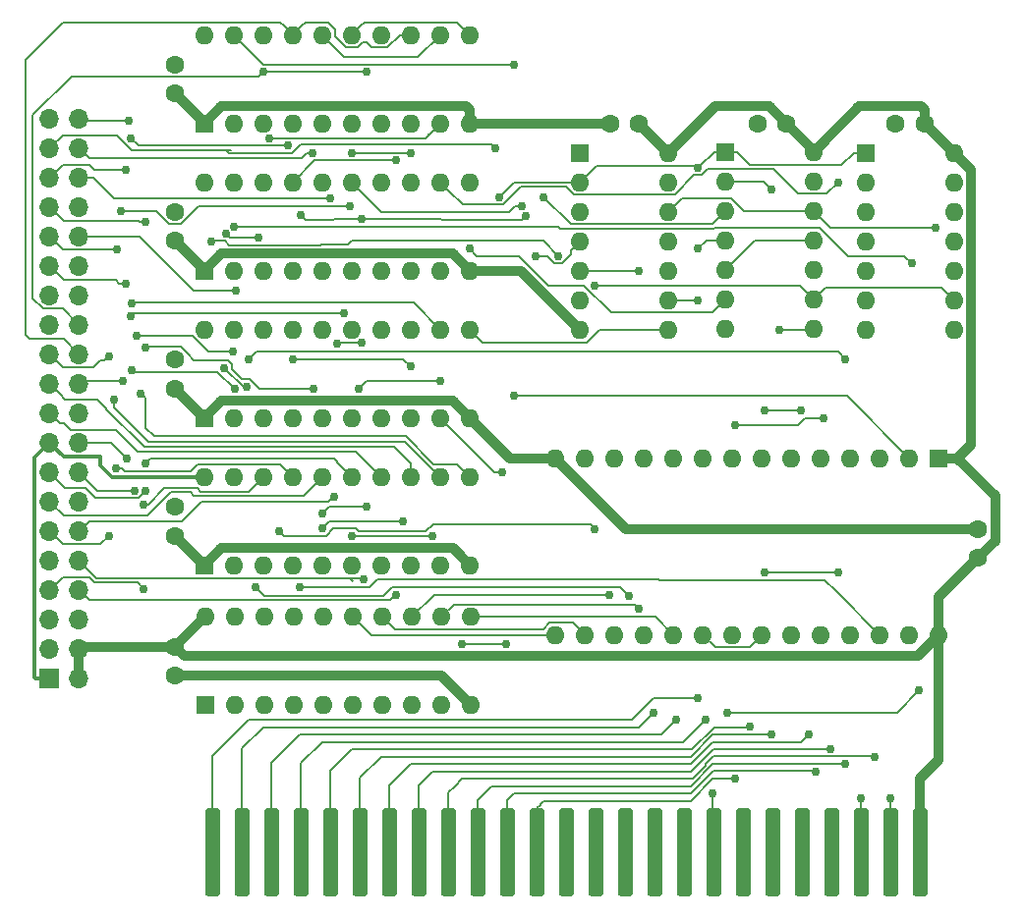
<source format=gbr>
G04 #@! TF.GenerationSoftware,KiCad,Pcbnew,(5.0.2)-1*
G04 #@! TF.CreationDate,2020-12-29T19:00:26-05:00*
G04 #@! TF.ProjectId,Apple2IORPi,4170706c-6532-4494-9f52-50692e6b6963,0.3*
G04 #@! TF.SameCoordinates,Original*
G04 #@! TF.FileFunction,Copper,L1,Top*
G04 #@! TF.FilePolarity,Positive*
%FSLAX46Y46*%
G04 Gerber Fmt 4.6, Leading zero omitted, Abs format (unit mm)*
G04 Created by KiCad (PCBNEW (5.0.2)-1) date 2020-12-29 19:00:26*
%MOMM*%
%LPD*%
G01*
G04 APERTURE LIST*
G04 #@! TA.AperFunction,ComponentPad*
%ADD10R,1.700000X1.700000*%
G04 #@! TD*
G04 #@! TA.AperFunction,ComponentPad*
%ADD11O,1.700000X1.700000*%
G04 #@! TD*
G04 #@! TA.AperFunction,ComponentPad*
%ADD12C,1.600000*%
G04 #@! TD*
G04 #@! TA.AperFunction,ComponentPad*
%ADD13O,1.600000X1.600000*%
G04 #@! TD*
G04 #@! TA.AperFunction,ComponentPad*
%ADD14R,1.600000X1.600000*%
G04 #@! TD*
G04 #@! TA.AperFunction,Conductor*
%ADD15C,0.100000*%
G04 #@! TD*
G04 #@! TA.AperFunction,ConnectorPad*
%ADD16C,1.270000*%
G04 #@! TD*
G04 #@! TA.AperFunction,ViaPad*
%ADD17C,0.762000*%
G04 #@! TD*
G04 #@! TA.AperFunction,Conductor*
%ADD18C,0.177800*%
G04 #@! TD*
G04 #@! TA.AperFunction,Conductor*
%ADD19C,0.812800*%
G04 #@! TD*
G04 #@! TA.AperFunction,Conductor*
%ADD20C,0.355600*%
G04 #@! TD*
G04 APERTURE END LIST*
D10*
G04 #@! TO.P,J1,1*
G04 #@! TO.N,Net-(C5-Pad1)*
X110490000Y-100584000D03*
D11*
G04 #@! TO.P,J1,2*
G04 #@! TO.N,Net-(C1-Pad1)*
X113030000Y-100584000D03*
G04 #@! TO.P,J1,3*
G04 #@! TO.N,Net-(J1-Pad3)*
X110490000Y-98044000D03*
G04 #@! TO.P,J1,4*
G04 #@! TO.N,Net-(C1-Pad1)*
X113030000Y-98044000D03*
G04 #@! TO.P,J1,5*
G04 #@! TO.N,Net-(J1-Pad5)*
X110490000Y-95504000D03*
G04 #@! TO.P,J1,6*
G04 #@! TO.N,Net-(C1-Pad2)*
X113030000Y-95504000D03*
G04 #@! TO.P,J1,7*
G04 #@! TO.N,Net-(J1-Pad7)*
X110490000Y-92964000D03*
G04 #@! TO.P,J1,8*
G04 #@! TO.N,Net-(J1-Pad8)*
X113030000Y-92964000D03*
G04 #@! TO.P,J1,9*
G04 #@! TO.N,Net-(C1-Pad2)*
X110490000Y-90424000D03*
G04 #@! TO.P,J1,10*
G04 #@! TO.N,Net-(J1-Pad10)*
X113030000Y-90424000D03*
G04 #@! TO.P,J1,11*
G04 #@! TO.N,Net-(J1-Pad11)*
X110490000Y-87884000D03*
G04 #@! TO.P,J1,12*
G04 #@! TO.N,Net-(J1-Pad12)*
X113030000Y-87884000D03*
G04 #@! TO.P,J1,13*
G04 #@! TO.N,Net-(J1-Pad13)*
X110490000Y-85344000D03*
G04 #@! TO.P,J1,14*
G04 #@! TO.N,Net-(C1-Pad2)*
X113030000Y-85344000D03*
G04 #@! TO.P,J1,15*
G04 #@! TO.N,Net-(J1-Pad15)*
X110490000Y-82804000D03*
G04 #@! TO.P,J1,16*
G04 #@! TO.N,Net-(J1-Pad16)*
X113030000Y-82804000D03*
G04 #@! TO.P,J1,17*
G04 #@! TO.N,Net-(C5-Pad1)*
X110490000Y-80264000D03*
G04 #@! TO.P,J1,18*
G04 #@! TO.N,Net-(J1-Pad18)*
X113030000Y-80264000D03*
G04 #@! TO.P,J1,19*
G04 #@! TO.N,Net-(J1-Pad19)*
X110490000Y-77724000D03*
G04 #@! TO.P,J1,20*
G04 #@! TO.N,Net-(C1-Pad2)*
X113030000Y-77724000D03*
G04 #@! TO.P,J1,21*
G04 #@! TO.N,Net-(J1-Pad21)*
X110490000Y-75184000D03*
G04 #@! TO.P,J1,22*
G04 #@! TO.N,Net-(J1-Pad22)*
X113030000Y-75184000D03*
G04 #@! TO.P,J1,23*
G04 #@! TO.N,Net-(J1-Pad23)*
X110490000Y-72644000D03*
G04 #@! TO.P,J1,24*
G04 #@! TO.N,Net-(J1-Pad24)*
X113030000Y-72644000D03*
G04 #@! TO.P,J1,25*
G04 #@! TO.N,Net-(C1-Pad2)*
X110490000Y-70104000D03*
G04 #@! TO.P,J1,26*
G04 #@! TO.N,Net-(J1-Pad26)*
X113030000Y-70104000D03*
G04 #@! TO.P,J1,27*
G04 #@! TO.N,Net-(J1-Pad27)*
X110490000Y-67564000D03*
G04 #@! TO.P,J1,28*
G04 #@! TO.N,Net-(J1-Pad28)*
X113030000Y-67564000D03*
G04 #@! TO.P,J1,29*
G04 #@! TO.N,Net-(J1-Pad29)*
X110490000Y-65024000D03*
G04 #@! TO.P,J1,30*
G04 #@! TO.N,Net-(C1-Pad2)*
X113030000Y-65024000D03*
G04 #@! TO.P,J1,31*
G04 #@! TO.N,Net-(J1-Pad31)*
X110490000Y-62484000D03*
G04 #@! TO.P,J1,32*
G04 #@! TO.N,Net-(J1-Pad32)*
X113030000Y-62484000D03*
G04 #@! TO.P,J1,33*
G04 #@! TO.N,Net-(J1-Pad33)*
X110490000Y-59944000D03*
G04 #@! TO.P,J1,34*
G04 #@! TO.N,Net-(C1-Pad2)*
X113030000Y-59944000D03*
G04 #@! TO.P,J1,35*
G04 #@! TO.N,Net-(J1-Pad35)*
X110490000Y-57404000D03*
G04 #@! TO.P,J1,36*
G04 #@! TO.N,Net-(J1-Pad36)*
X113030000Y-57404000D03*
G04 #@! TO.P,J1,37*
G04 #@! TO.N,Net-(J1-Pad37)*
X110490000Y-54864000D03*
G04 #@! TO.P,J1,38*
G04 #@! TO.N,Net-(J1-Pad38)*
X113030000Y-54864000D03*
G04 #@! TO.P,J1,39*
G04 #@! TO.N,Net-(C1-Pad2)*
X110490000Y-52324000D03*
G04 #@! TO.P,J1,40*
G04 #@! TO.N,Net-(J1-Pad40)*
X113030000Y-52324000D03*
G04 #@! TD*
D12*
G04 #@! TO.P,C6,1*
G04 #@! TO.N,Net-(C5-Pad1)*
X121285000Y-73065000D03*
G04 #@! TO.P,C6,2*
G04 #@! TO.N,Net-(C1-Pad2)*
X121285000Y-75565000D03*
G04 #@! TD*
G04 #@! TO.P,C5,1*
G04 #@! TO.N,Net-(C5-Pad1)*
X121285000Y-85765000D03*
G04 #@! TO.P,C5,2*
G04 #@! TO.N,Net-(C1-Pad2)*
X121285000Y-88265000D03*
G04 #@! TD*
G04 #@! TO.P,C1,1*
G04 #@! TO.N,Net-(C1-Pad1)*
X121285000Y-97830000D03*
G04 #@! TO.P,C1,2*
G04 #@! TO.N,Net-(C1-Pad2)*
X121285000Y-100330000D03*
G04 #@! TD*
G04 #@! TO.P,C4,1*
G04 #@! TO.N,Net-(C1-Pad1)*
X161290000Y-52705000D03*
G04 #@! TO.P,C4,2*
G04 #@! TO.N,Net-(C1-Pad2)*
X158790000Y-52705000D03*
G04 #@! TD*
G04 #@! TO.P,C3,1*
G04 #@! TO.N,Net-(C1-Pad1)*
X185851800Y-52705000D03*
G04 #@! TO.P,C3,2*
G04 #@! TO.N,Net-(C1-Pad2)*
X183351800Y-52705000D03*
G04 #@! TD*
G04 #@! TO.P,C2,1*
G04 #@! TO.N,Net-(C1-Pad1)*
X190500000Y-90170000D03*
G04 #@! TO.P,C2,2*
G04 #@! TO.N,Net-(C1-Pad2)*
X190500000Y-87670000D03*
G04 #@! TD*
G04 #@! TO.P,C7,1*
G04 #@! TO.N,Net-(C5-Pad1)*
X121285000Y-47625000D03*
G04 #@! TO.P,C7,2*
G04 #@! TO.N,Net-(C1-Pad2)*
X121285000Y-50125000D03*
G04 #@! TD*
G04 #@! TO.P,C8,1*
G04 #@! TO.N,Net-(C5-Pad1)*
X121285000Y-60325000D03*
G04 #@! TO.P,C8,2*
G04 #@! TO.N,Net-(C1-Pad2)*
X121285000Y-62825000D03*
G04 #@! TD*
G04 #@! TO.P,C9,1*
G04 #@! TO.N,Net-(C1-Pad1)*
X173990000Y-52705000D03*
G04 #@! TO.P,C9,2*
G04 #@! TO.N,Net-(C1-Pad2)*
X171490000Y-52705000D03*
G04 #@! TD*
D13*
G04 #@! TO.P,U8,14*
G04 #@! TO.N,Net-(C1-Pad1)*
X176326800Y-55168800D03*
G04 #@! TO.P,U8,7*
G04 #@! TO.N,Net-(C1-Pad2)*
X168706800Y-70408800D03*
G04 #@! TO.P,U8,13*
G04 #@! TO.N,Net-(J0-Pad5)*
X176326800Y-57708800D03*
G04 #@! TO.P,U8,6*
G04 #@! TO.N,Net-(U7-Pad11)*
X168706800Y-67868800D03*
G04 #@! TO.P,U8,12*
G04 #@! TO.N,Net-(U2-Pad8)*
X176326800Y-60248800D03*
G04 #@! TO.P,U8,5*
G04 #@! TO.N,Net-(U8-Pad11)*
X168706800Y-65328800D03*
G04 #@! TO.P,U8,11*
X176326800Y-62788800D03*
G04 #@! TO.P,U8,4*
G04 #@! TO.N,Net-(J0-Pad41)*
X168706800Y-62788800D03*
G04 #@! TO.P,U8,10*
G04 #@! TO.N,Net-(J0-Pad4)*
X176326800Y-65328800D03*
G04 #@! TO.P,U8,3*
G04 #@! TO.N,Net-(U6-Pad19)*
X168706800Y-60248800D03*
G04 #@! TO.P,U8,9*
G04 #@! TO.N,Net-(U0-Pad1)*
X176326800Y-67868800D03*
G04 #@! TO.P,U8,2*
G04 #@! TO.N,Net-(U8-Pad2)*
X168706800Y-57708800D03*
G04 #@! TO.P,U8,8*
X176326800Y-70408800D03*
D14*
G04 #@! TO.P,U8,1*
G04 #@! TO.N,Net-(J0-Pad41)*
X168706800Y-55168800D03*
G04 #@! TD*
D13*
G04 #@! TO.P,U6,20*
G04 #@! TO.N,Net-(C5-Pad1)*
X123825000Y-45085000D03*
G04 #@! TO.P,U6,10*
G04 #@! TO.N,Net-(C1-Pad2)*
X146685000Y-52705000D03*
G04 #@! TO.P,U6,19*
G04 #@! TO.N,Net-(U6-Pad19)*
X126365000Y-45085000D03*
G04 #@! TO.P,U6,9*
G04 #@! TO.N,Net-(U0-Pad11)*
X144145000Y-52705000D03*
G04 #@! TO.P,U6,18*
G04 #@! TO.N,Net-(J1-Pad26)*
X128905000Y-45085000D03*
G04 #@! TO.P,U6,8*
G04 #@! TO.N,Net-(U0-Pad12)*
X141605000Y-52705000D03*
G04 #@! TO.P,U6,17*
G04 #@! TO.N,Net-(J1-Pad24)*
X131445000Y-45085000D03*
G04 #@! TO.P,U6,7*
G04 #@! TO.N,Net-(U0-Pad13)*
X139065000Y-52705000D03*
G04 #@! TO.P,U6,16*
G04 #@! TO.N,Net-(J1-Pad22)*
X133985000Y-45085000D03*
G04 #@! TO.P,U6,6*
G04 #@! TO.N,Net-(U0-Pad14)*
X136525000Y-52705000D03*
G04 #@! TO.P,U6,15*
G04 #@! TO.N,Net-(J1-Pad18)*
X136525000Y-45085000D03*
G04 #@! TO.P,U6,5*
G04 #@! TO.N,Net-(U0-Pad15)*
X133985000Y-52705000D03*
G04 #@! TO.P,U6,14*
G04 #@! TO.N,Net-(J1-Pad26)*
X139065000Y-45085000D03*
G04 #@! TO.P,U6,4*
G04 #@! TO.N,Net-(U0-Pad16)*
X131445000Y-52705000D03*
G04 #@! TO.P,U6,13*
G04 #@! TO.N,Net-(J1-Pad24)*
X141605000Y-45085000D03*
G04 #@! TO.P,U6,3*
G04 #@! TO.N,Net-(U0-Pad17)*
X128905000Y-52705000D03*
G04 #@! TO.P,U6,12*
G04 #@! TO.N,Net-(J1-Pad22)*
X144145000Y-45085000D03*
G04 #@! TO.P,U6,2*
G04 #@! TO.N,Net-(U0-Pad18)*
X126365000Y-52705000D03*
G04 #@! TO.P,U6,11*
G04 #@! TO.N,Net-(J1-Pad18)*
X146685000Y-45085000D03*
D14*
G04 #@! TO.P,U6,1*
G04 #@! TO.N,Net-(C1-Pad2)*
X123825000Y-52705000D03*
G04 #@! TD*
G04 #@! TO.P,U7,1*
G04 #@! TO.N,Net-(C1-Pad2)*
X123825000Y-65405000D03*
D13*
G04 #@! TO.P,U7,11*
G04 #@! TO.N,Net-(U7-Pad11)*
X146685000Y-57785000D03*
G04 #@! TO.P,U7,2*
G04 #@! TO.N,Net-(J1-Pad16)*
X126365000Y-65405000D03*
G04 #@! TO.P,U7,12*
G04 #@! TO.N,Net-(U1-Pad23)*
X144145000Y-57785000D03*
G04 #@! TO.P,U7,3*
G04 #@! TO.N,Net-(U0-Pad18)*
X128905000Y-65405000D03*
G04 #@! TO.P,U7,13*
G04 #@! TO.N,Net-(U0-Pad14)*
X141605000Y-57785000D03*
G04 #@! TO.P,U7,4*
G04 #@! TO.N,Net-(U0-Pad17)*
X131445000Y-65405000D03*
G04 #@! TO.P,U7,14*
G04 #@! TO.N,Net-(U0-Pad13)*
X139065000Y-57785000D03*
G04 #@! TO.P,U7,5*
G04 #@! TO.N,Net-(J1-Pad12)*
X133985000Y-65405000D03*
G04 #@! TO.P,U7,15*
G04 #@! TO.N,Net-(U1-Pad2)*
X136525000Y-57785000D03*
G04 #@! TO.P,U7,6*
G04 #@! TO.N,Net-(J1-Pad10)*
X136525000Y-65405000D03*
G04 #@! TO.P,U7,16*
G04 #@! TO.N,Net-(U1-Pad26)*
X133985000Y-57785000D03*
G04 #@! TO.P,U7,7*
G04 #@! TO.N,Net-(U0-Pad16)*
X139065000Y-65405000D03*
G04 #@! TO.P,U7,17*
G04 #@! TO.N,Net-(U0-Pad12)*
X131445000Y-57785000D03*
G04 #@! TO.P,U7,8*
G04 #@! TO.N,Net-(U0-Pad15)*
X141605000Y-65405000D03*
G04 #@! TO.P,U7,18*
G04 #@! TO.N,Net-(U0-Pad11)*
X128905000Y-57785000D03*
G04 #@! TO.P,U7,9*
G04 #@! TO.N,Net-(J1-Pad8)*
X144145000Y-65405000D03*
G04 #@! TO.P,U7,19*
G04 #@! TO.N,Net-(U1-Pad27)*
X126365000Y-57785000D03*
G04 #@! TO.P,U7,10*
G04 #@! TO.N,Net-(C1-Pad2)*
X146685000Y-65405000D03*
G04 #@! TO.P,U7,20*
G04 #@! TO.N,Net-(C5-Pad1)*
X123825000Y-57785000D03*
G04 #@! TD*
D14*
G04 #@! TO.P,U1,1*
G04 #@! TO.N,Net-(C1-Pad1)*
X187101925Y-81586962D03*
D13*
G04 #@! TO.P,U1,15*
G04 #@! TO.N,Net-(U0-Pad15)*
X154081925Y-96826962D03*
G04 #@! TO.P,U1,2*
G04 #@! TO.N,Net-(U1-Pad2)*
X184561925Y-81586962D03*
G04 #@! TO.P,U1,16*
G04 #@! TO.N,Net-(U0-Pad14)*
X156621925Y-96826962D03*
G04 #@! TO.P,U1,3*
G04 #@! TO.N,Net-(J0-Pad9)*
X182021925Y-81586962D03*
G04 #@! TO.P,U1,17*
G04 #@! TO.N,Net-(U0-Pad13)*
X159161925Y-96826962D03*
G04 #@! TO.P,U1,4*
G04 #@! TO.N,Net-(J0-Pad8)*
X179481925Y-81586962D03*
G04 #@! TO.P,U1,18*
G04 #@! TO.N,Net-(U0-Pad12)*
X161701925Y-96826962D03*
G04 #@! TO.P,U1,5*
G04 #@! TO.N,Net-(J0-Pad7)*
X176941925Y-81586962D03*
G04 #@! TO.P,U1,19*
G04 #@! TO.N,Net-(U0-Pad11)*
X164241925Y-96826962D03*
G04 #@! TO.P,U1,6*
G04 #@! TO.N,Net-(J0-Pad6)*
X174401925Y-81586962D03*
G04 #@! TO.P,U1,20*
G04 #@! TO.N,Net-(J0-Pad1)*
X166781925Y-96826962D03*
G04 #@! TO.P,U1,7*
G04 #@! TO.N,Net-(J0-Pad5)*
X171861925Y-81586962D03*
G04 #@! TO.P,U1,21*
G04 #@! TO.N,Net-(J0-Pad12)*
X169321925Y-96826962D03*
G04 #@! TO.P,U1,8*
G04 #@! TO.N,Net-(J0-Pad4)*
X169321925Y-81586962D03*
G04 #@! TO.P,U1,22*
G04 #@! TO.N,Net-(J0-Pad1)*
X171861925Y-96826962D03*
G04 #@! TO.P,U1,9*
G04 #@! TO.N,Net-(J0-Pad3)*
X166781925Y-81586962D03*
G04 #@! TO.P,U1,23*
G04 #@! TO.N,Net-(U1-Pad23)*
X174401925Y-96826962D03*
G04 #@! TO.P,U1,10*
G04 #@! TO.N,Net-(J0-Pad2)*
X164241925Y-81586962D03*
G04 #@! TO.P,U1,24*
G04 #@! TO.N,Net-(J0-Pad11)*
X176941925Y-96826962D03*
G04 #@! TO.P,U1,11*
G04 #@! TO.N,Net-(U0-Pad18)*
X161701925Y-81586962D03*
G04 #@! TO.P,U1,25*
G04 #@! TO.N,Net-(J0-Pad10)*
X179481925Y-96826962D03*
G04 #@! TO.P,U1,12*
G04 #@! TO.N,Net-(U0-Pad17)*
X159161925Y-81586962D03*
G04 #@! TO.P,U1,26*
G04 #@! TO.N,Net-(U1-Pad26)*
X182021925Y-96826962D03*
G04 #@! TO.P,U1,13*
G04 #@! TO.N,Net-(U0-Pad16)*
X156621925Y-81586962D03*
G04 #@! TO.P,U1,27*
G04 #@! TO.N,Net-(U1-Pad27)*
X184561925Y-96826962D03*
G04 #@! TO.P,U1,14*
G04 #@! TO.N,Net-(C1-Pad2)*
X154081925Y-81586962D03*
G04 #@! TO.P,U1,28*
G04 #@! TO.N,Net-(C1-Pad1)*
X187101925Y-96826962D03*
G04 #@! TD*
D15*
G04 #@! TO.N,Net-(C1-Pad1)*
G04 #@! TO.C,J0*
G36*
X185843621Y-111761529D02*
X185874442Y-111766101D01*
X185904666Y-111773671D01*
X185934003Y-111784168D01*
X185962169Y-111797490D01*
X185988895Y-111813508D01*
X186013921Y-111832069D01*
X186037007Y-111852994D01*
X186057932Y-111876080D01*
X186076493Y-111901106D01*
X186092511Y-111927832D01*
X186105833Y-111955998D01*
X186116330Y-111985335D01*
X186123900Y-112015559D01*
X186128472Y-112046380D01*
X186130001Y-112077500D01*
X186130001Y-119062500D01*
X186128472Y-119093620D01*
X186123900Y-119124441D01*
X186116330Y-119154665D01*
X186105833Y-119184002D01*
X186092511Y-119212168D01*
X186076493Y-119238894D01*
X186057932Y-119263920D01*
X186037007Y-119287006D01*
X186013921Y-119307931D01*
X185988895Y-119326492D01*
X185962169Y-119342510D01*
X185934003Y-119355832D01*
X185904666Y-119366329D01*
X185874442Y-119373899D01*
X185843621Y-119378471D01*
X185812501Y-119380000D01*
X185177501Y-119380000D01*
X185146381Y-119378471D01*
X185115560Y-119373899D01*
X185085336Y-119366329D01*
X185055999Y-119355832D01*
X185027833Y-119342510D01*
X185001107Y-119326492D01*
X184976081Y-119307931D01*
X184952995Y-119287006D01*
X184932070Y-119263920D01*
X184913509Y-119238894D01*
X184897491Y-119212168D01*
X184884169Y-119184002D01*
X184873672Y-119154665D01*
X184866102Y-119124441D01*
X184861530Y-119093620D01*
X184860001Y-119062500D01*
X184860001Y-112077500D01*
X184861530Y-112046380D01*
X184866102Y-112015559D01*
X184873672Y-111985335D01*
X184884169Y-111955998D01*
X184897491Y-111927832D01*
X184913509Y-111901106D01*
X184932070Y-111876080D01*
X184952995Y-111852994D01*
X184976081Y-111832069D01*
X185001107Y-111813508D01*
X185027833Y-111797490D01*
X185055999Y-111784168D01*
X185085336Y-111773671D01*
X185115560Y-111766101D01*
X185146381Y-111761529D01*
X185177501Y-111760000D01*
X185812501Y-111760000D01*
X185843621Y-111761529D01*
X185843621Y-111761529D01*
G37*
D16*
G04 #@! TD*
G04 #@! TO.P,J0,25*
G04 #@! TO.N,Net-(C1-Pad1)*
X185495001Y-115570000D03*
D15*
G04 #@! TO.N,Net-(J0-Pad24)*
G04 #@! TO.C,J0*
G36*
X183303621Y-111761529D02*
X183334442Y-111766101D01*
X183364666Y-111773671D01*
X183394003Y-111784168D01*
X183422169Y-111797490D01*
X183448895Y-111813508D01*
X183473921Y-111832069D01*
X183497007Y-111852994D01*
X183517932Y-111876080D01*
X183536493Y-111901106D01*
X183552511Y-111927832D01*
X183565833Y-111955998D01*
X183576330Y-111985335D01*
X183583900Y-112015559D01*
X183588472Y-112046380D01*
X183590001Y-112077500D01*
X183590001Y-119062500D01*
X183588472Y-119093620D01*
X183583900Y-119124441D01*
X183576330Y-119154665D01*
X183565833Y-119184002D01*
X183552511Y-119212168D01*
X183536493Y-119238894D01*
X183517932Y-119263920D01*
X183497007Y-119287006D01*
X183473921Y-119307931D01*
X183448895Y-119326492D01*
X183422169Y-119342510D01*
X183394003Y-119355832D01*
X183364666Y-119366329D01*
X183334442Y-119373899D01*
X183303621Y-119378471D01*
X183272501Y-119380000D01*
X182637501Y-119380000D01*
X182606381Y-119378471D01*
X182575560Y-119373899D01*
X182545336Y-119366329D01*
X182515999Y-119355832D01*
X182487833Y-119342510D01*
X182461107Y-119326492D01*
X182436081Y-119307931D01*
X182412995Y-119287006D01*
X182392070Y-119263920D01*
X182373509Y-119238894D01*
X182357491Y-119212168D01*
X182344169Y-119184002D01*
X182333672Y-119154665D01*
X182326102Y-119124441D01*
X182321530Y-119093620D01*
X182320001Y-119062500D01*
X182320001Y-112077500D01*
X182321530Y-112046380D01*
X182326102Y-112015559D01*
X182333672Y-111985335D01*
X182344169Y-111955998D01*
X182357491Y-111927832D01*
X182373509Y-111901106D01*
X182392070Y-111876080D01*
X182412995Y-111852994D01*
X182436081Y-111832069D01*
X182461107Y-111813508D01*
X182487833Y-111797490D01*
X182515999Y-111784168D01*
X182545336Y-111773671D01*
X182575560Y-111766101D01*
X182606381Y-111761529D01*
X182637501Y-111760000D01*
X183272501Y-111760000D01*
X183303621Y-111761529D01*
X183303621Y-111761529D01*
G37*
D16*
G04 #@! TD*
G04 #@! TO.P,J0,24*
G04 #@! TO.N,Net-(J0-Pad24)*
X182955001Y-115570000D03*
D15*
G04 #@! TO.N,Net-(J0-Pad23)*
G04 #@! TO.C,J0*
G36*
X180763621Y-111761529D02*
X180794442Y-111766101D01*
X180824666Y-111773671D01*
X180854003Y-111784168D01*
X180882169Y-111797490D01*
X180908895Y-111813508D01*
X180933921Y-111832069D01*
X180957007Y-111852994D01*
X180977932Y-111876080D01*
X180996493Y-111901106D01*
X181012511Y-111927832D01*
X181025833Y-111955998D01*
X181036330Y-111985335D01*
X181043900Y-112015559D01*
X181048472Y-112046380D01*
X181050001Y-112077500D01*
X181050001Y-119062500D01*
X181048472Y-119093620D01*
X181043900Y-119124441D01*
X181036330Y-119154665D01*
X181025833Y-119184002D01*
X181012511Y-119212168D01*
X180996493Y-119238894D01*
X180977932Y-119263920D01*
X180957007Y-119287006D01*
X180933921Y-119307931D01*
X180908895Y-119326492D01*
X180882169Y-119342510D01*
X180854003Y-119355832D01*
X180824666Y-119366329D01*
X180794442Y-119373899D01*
X180763621Y-119378471D01*
X180732501Y-119380000D01*
X180097501Y-119380000D01*
X180066381Y-119378471D01*
X180035560Y-119373899D01*
X180005336Y-119366329D01*
X179975999Y-119355832D01*
X179947833Y-119342510D01*
X179921107Y-119326492D01*
X179896081Y-119307931D01*
X179872995Y-119287006D01*
X179852070Y-119263920D01*
X179833509Y-119238894D01*
X179817491Y-119212168D01*
X179804169Y-119184002D01*
X179793672Y-119154665D01*
X179786102Y-119124441D01*
X179781530Y-119093620D01*
X179780001Y-119062500D01*
X179780001Y-112077500D01*
X179781530Y-112046380D01*
X179786102Y-112015559D01*
X179793672Y-111985335D01*
X179804169Y-111955998D01*
X179817491Y-111927832D01*
X179833509Y-111901106D01*
X179852070Y-111876080D01*
X179872995Y-111852994D01*
X179896081Y-111832069D01*
X179921107Y-111813508D01*
X179947833Y-111797490D01*
X179975999Y-111784168D01*
X180005336Y-111773671D01*
X180035560Y-111766101D01*
X180066381Y-111761529D01*
X180097501Y-111760000D01*
X180732501Y-111760000D01*
X180763621Y-111761529D01*
X180763621Y-111761529D01*
G37*
D16*
G04 #@! TD*
G04 #@! TO.P,J0,23*
G04 #@! TO.N,Net-(J0-Pad23)*
X180415001Y-115570000D03*
D15*
G04 #@! TO.N,Net-(J0-Pad22)*
G04 #@! TO.C,J0*
G36*
X178223621Y-111761529D02*
X178254442Y-111766101D01*
X178284666Y-111773671D01*
X178314003Y-111784168D01*
X178342169Y-111797490D01*
X178368895Y-111813508D01*
X178393921Y-111832069D01*
X178417007Y-111852994D01*
X178437932Y-111876080D01*
X178456493Y-111901106D01*
X178472511Y-111927832D01*
X178485833Y-111955998D01*
X178496330Y-111985335D01*
X178503900Y-112015559D01*
X178508472Y-112046380D01*
X178510001Y-112077500D01*
X178510001Y-119062500D01*
X178508472Y-119093620D01*
X178503900Y-119124441D01*
X178496330Y-119154665D01*
X178485833Y-119184002D01*
X178472511Y-119212168D01*
X178456493Y-119238894D01*
X178437932Y-119263920D01*
X178417007Y-119287006D01*
X178393921Y-119307931D01*
X178368895Y-119326492D01*
X178342169Y-119342510D01*
X178314003Y-119355832D01*
X178284666Y-119366329D01*
X178254442Y-119373899D01*
X178223621Y-119378471D01*
X178192501Y-119380000D01*
X177557501Y-119380000D01*
X177526381Y-119378471D01*
X177495560Y-119373899D01*
X177465336Y-119366329D01*
X177435999Y-119355832D01*
X177407833Y-119342510D01*
X177381107Y-119326492D01*
X177356081Y-119307931D01*
X177332995Y-119287006D01*
X177312070Y-119263920D01*
X177293509Y-119238894D01*
X177277491Y-119212168D01*
X177264169Y-119184002D01*
X177253672Y-119154665D01*
X177246102Y-119124441D01*
X177241530Y-119093620D01*
X177240001Y-119062500D01*
X177240001Y-112077500D01*
X177241530Y-112046380D01*
X177246102Y-112015559D01*
X177253672Y-111985335D01*
X177264169Y-111955998D01*
X177277491Y-111927832D01*
X177293509Y-111901106D01*
X177312070Y-111876080D01*
X177332995Y-111852994D01*
X177356081Y-111832069D01*
X177381107Y-111813508D01*
X177407833Y-111797490D01*
X177435999Y-111784168D01*
X177465336Y-111773671D01*
X177495560Y-111766101D01*
X177526381Y-111761529D01*
X177557501Y-111760000D01*
X178192501Y-111760000D01*
X178223621Y-111761529D01*
X178223621Y-111761529D01*
G37*
D16*
G04 #@! TD*
G04 #@! TO.P,J0,22*
G04 #@! TO.N,Net-(J0-Pad22)*
X177875001Y-115570000D03*
D15*
G04 #@! TO.N,Net-(J0-Pad21)*
G04 #@! TO.C,J0*
G36*
X175683621Y-111761529D02*
X175714442Y-111766101D01*
X175744666Y-111773671D01*
X175774003Y-111784168D01*
X175802169Y-111797490D01*
X175828895Y-111813508D01*
X175853921Y-111832069D01*
X175877007Y-111852994D01*
X175897932Y-111876080D01*
X175916493Y-111901106D01*
X175932511Y-111927832D01*
X175945833Y-111955998D01*
X175956330Y-111985335D01*
X175963900Y-112015559D01*
X175968472Y-112046380D01*
X175970001Y-112077500D01*
X175970001Y-119062500D01*
X175968472Y-119093620D01*
X175963900Y-119124441D01*
X175956330Y-119154665D01*
X175945833Y-119184002D01*
X175932511Y-119212168D01*
X175916493Y-119238894D01*
X175897932Y-119263920D01*
X175877007Y-119287006D01*
X175853921Y-119307931D01*
X175828895Y-119326492D01*
X175802169Y-119342510D01*
X175774003Y-119355832D01*
X175744666Y-119366329D01*
X175714442Y-119373899D01*
X175683621Y-119378471D01*
X175652501Y-119380000D01*
X175017501Y-119380000D01*
X174986381Y-119378471D01*
X174955560Y-119373899D01*
X174925336Y-119366329D01*
X174895999Y-119355832D01*
X174867833Y-119342510D01*
X174841107Y-119326492D01*
X174816081Y-119307931D01*
X174792995Y-119287006D01*
X174772070Y-119263920D01*
X174753509Y-119238894D01*
X174737491Y-119212168D01*
X174724169Y-119184002D01*
X174713672Y-119154665D01*
X174706102Y-119124441D01*
X174701530Y-119093620D01*
X174700001Y-119062500D01*
X174700001Y-112077500D01*
X174701530Y-112046380D01*
X174706102Y-112015559D01*
X174713672Y-111985335D01*
X174724169Y-111955998D01*
X174737491Y-111927832D01*
X174753509Y-111901106D01*
X174772070Y-111876080D01*
X174792995Y-111852994D01*
X174816081Y-111832069D01*
X174841107Y-111813508D01*
X174867833Y-111797490D01*
X174895999Y-111784168D01*
X174925336Y-111773671D01*
X174955560Y-111766101D01*
X174986381Y-111761529D01*
X175017501Y-111760000D01*
X175652501Y-111760000D01*
X175683621Y-111761529D01*
X175683621Y-111761529D01*
G37*
D16*
G04 #@! TD*
G04 #@! TO.P,J0,21*
G04 #@! TO.N,Net-(J0-Pad21)*
X175335001Y-115570000D03*
D15*
G04 #@! TO.N,Net-(J0-Pad20)*
G04 #@! TO.C,J0*
G36*
X173143621Y-111761529D02*
X173174442Y-111766101D01*
X173204666Y-111773671D01*
X173234003Y-111784168D01*
X173262169Y-111797490D01*
X173288895Y-111813508D01*
X173313921Y-111832069D01*
X173337007Y-111852994D01*
X173357932Y-111876080D01*
X173376493Y-111901106D01*
X173392511Y-111927832D01*
X173405833Y-111955998D01*
X173416330Y-111985335D01*
X173423900Y-112015559D01*
X173428472Y-112046380D01*
X173430001Y-112077500D01*
X173430001Y-119062500D01*
X173428472Y-119093620D01*
X173423900Y-119124441D01*
X173416330Y-119154665D01*
X173405833Y-119184002D01*
X173392511Y-119212168D01*
X173376493Y-119238894D01*
X173357932Y-119263920D01*
X173337007Y-119287006D01*
X173313921Y-119307931D01*
X173288895Y-119326492D01*
X173262169Y-119342510D01*
X173234003Y-119355832D01*
X173204666Y-119366329D01*
X173174442Y-119373899D01*
X173143621Y-119378471D01*
X173112501Y-119380000D01*
X172477501Y-119380000D01*
X172446381Y-119378471D01*
X172415560Y-119373899D01*
X172385336Y-119366329D01*
X172355999Y-119355832D01*
X172327833Y-119342510D01*
X172301107Y-119326492D01*
X172276081Y-119307931D01*
X172252995Y-119287006D01*
X172232070Y-119263920D01*
X172213509Y-119238894D01*
X172197491Y-119212168D01*
X172184169Y-119184002D01*
X172173672Y-119154665D01*
X172166102Y-119124441D01*
X172161530Y-119093620D01*
X172160001Y-119062500D01*
X172160001Y-112077500D01*
X172161530Y-112046380D01*
X172166102Y-112015559D01*
X172173672Y-111985335D01*
X172184169Y-111955998D01*
X172197491Y-111927832D01*
X172213509Y-111901106D01*
X172232070Y-111876080D01*
X172252995Y-111852994D01*
X172276081Y-111832069D01*
X172301107Y-111813508D01*
X172327833Y-111797490D01*
X172355999Y-111784168D01*
X172385336Y-111773671D01*
X172415560Y-111766101D01*
X172446381Y-111761529D01*
X172477501Y-111760000D01*
X173112501Y-111760000D01*
X173143621Y-111761529D01*
X173143621Y-111761529D01*
G37*
D16*
G04 #@! TD*
G04 #@! TO.P,J0,20*
G04 #@! TO.N,Net-(J0-Pad20)*
X172795001Y-115570000D03*
D15*
G04 #@! TO.N,Net-(J0-Pad19)*
G04 #@! TO.C,J0*
G36*
X170603621Y-111761529D02*
X170634442Y-111766101D01*
X170664666Y-111773671D01*
X170694003Y-111784168D01*
X170722169Y-111797490D01*
X170748895Y-111813508D01*
X170773921Y-111832069D01*
X170797007Y-111852994D01*
X170817932Y-111876080D01*
X170836493Y-111901106D01*
X170852511Y-111927832D01*
X170865833Y-111955998D01*
X170876330Y-111985335D01*
X170883900Y-112015559D01*
X170888472Y-112046380D01*
X170890001Y-112077500D01*
X170890001Y-119062500D01*
X170888472Y-119093620D01*
X170883900Y-119124441D01*
X170876330Y-119154665D01*
X170865833Y-119184002D01*
X170852511Y-119212168D01*
X170836493Y-119238894D01*
X170817932Y-119263920D01*
X170797007Y-119287006D01*
X170773921Y-119307931D01*
X170748895Y-119326492D01*
X170722169Y-119342510D01*
X170694003Y-119355832D01*
X170664666Y-119366329D01*
X170634442Y-119373899D01*
X170603621Y-119378471D01*
X170572501Y-119380000D01*
X169937501Y-119380000D01*
X169906381Y-119378471D01*
X169875560Y-119373899D01*
X169845336Y-119366329D01*
X169815999Y-119355832D01*
X169787833Y-119342510D01*
X169761107Y-119326492D01*
X169736081Y-119307931D01*
X169712995Y-119287006D01*
X169692070Y-119263920D01*
X169673509Y-119238894D01*
X169657491Y-119212168D01*
X169644169Y-119184002D01*
X169633672Y-119154665D01*
X169626102Y-119124441D01*
X169621530Y-119093620D01*
X169620001Y-119062500D01*
X169620001Y-112077500D01*
X169621530Y-112046380D01*
X169626102Y-112015559D01*
X169633672Y-111985335D01*
X169644169Y-111955998D01*
X169657491Y-111927832D01*
X169673509Y-111901106D01*
X169692070Y-111876080D01*
X169712995Y-111852994D01*
X169736081Y-111832069D01*
X169761107Y-111813508D01*
X169787833Y-111797490D01*
X169815999Y-111784168D01*
X169845336Y-111773671D01*
X169875560Y-111766101D01*
X169906381Y-111761529D01*
X169937501Y-111760000D01*
X170572501Y-111760000D01*
X170603621Y-111761529D01*
X170603621Y-111761529D01*
G37*
D16*
G04 #@! TD*
G04 #@! TO.P,J0,19*
G04 #@! TO.N,Net-(J0-Pad19)*
X170255001Y-115570000D03*
D15*
G04 #@! TO.N,Net-(J0-Pad18)*
G04 #@! TO.C,J0*
G36*
X168063621Y-111761529D02*
X168094442Y-111766101D01*
X168124666Y-111773671D01*
X168154003Y-111784168D01*
X168182169Y-111797490D01*
X168208895Y-111813508D01*
X168233921Y-111832069D01*
X168257007Y-111852994D01*
X168277932Y-111876080D01*
X168296493Y-111901106D01*
X168312511Y-111927832D01*
X168325833Y-111955998D01*
X168336330Y-111985335D01*
X168343900Y-112015559D01*
X168348472Y-112046380D01*
X168350001Y-112077500D01*
X168350001Y-119062500D01*
X168348472Y-119093620D01*
X168343900Y-119124441D01*
X168336330Y-119154665D01*
X168325833Y-119184002D01*
X168312511Y-119212168D01*
X168296493Y-119238894D01*
X168277932Y-119263920D01*
X168257007Y-119287006D01*
X168233921Y-119307931D01*
X168208895Y-119326492D01*
X168182169Y-119342510D01*
X168154003Y-119355832D01*
X168124666Y-119366329D01*
X168094442Y-119373899D01*
X168063621Y-119378471D01*
X168032501Y-119380000D01*
X167397501Y-119380000D01*
X167366381Y-119378471D01*
X167335560Y-119373899D01*
X167305336Y-119366329D01*
X167275999Y-119355832D01*
X167247833Y-119342510D01*
X167221107Y-119326492D01*
X167196081Y-119307931D01*
X167172995Y-119287006D01*
X167152070Y-119263920D01*
X167133509Y-119238894D01*
X167117491Y-119212168D01*
X167104169Y-119184002D01*
X167093672Y-119154665D01*
X167086102Y-119124441D01*
X167081530Y-119093620D01*
X167080001Y-119062500D01*
X167080001Y-112077500D01*
X167081530Y-112046380D01*
X167086102Y-112015559D01*
X167093672Y-111985335D01*
X167104169Y-111955998D01*
X167117491Y-111927832D01*
X167133509Y-111901106D01*
X167152070Y-111876080D01*
X167172995Y-111852994D01*
X167196081Y-111832069D01*
X167221107Y-111813508D01*
X167247833Y-111797490D01*
X167275999Y-111784168D01*
X167305336Y-111773671D01*
X167335560Y-111766101D01*
X167366381Y-111761529D01*
X167397501Y-111760000D01*
X168032501Y-111760000D01*
X168063621Y-111761529D01*
X168063621Y-111761529D01*
G37*
D16*
G04 #@! TD*
G04 #@! TO.P,J0,18*
G04 #@! TO.N,Net-(J0-Pad18)*
X167715001Y-115570000D03*
D15*
G04 #@! TO.N,Net-(J0-Pad17)*
G04 #@! TO.C,J0*
G36*
X165523621Y-111761529D02*
X165554442Y-111766101D01*
X165584666Y-111773671D01*
X165614003Y-111784168D01*
X165642169Y-111797490D01*
X165668895Y-111813508D01*
X165693921Y-111832069D01*
X165717007Y-111852994D01*
X165737932Y-111876080D01*
X165756493Y-111901106D01*
X165772511Y-111927832D01*
X165785833Y-111955998D01*
X165796330Y-111985335D01*
X165803900Y-112015559D01*
X165808472Y-112046380D01*
X165810001Y-112077500D01*
X165810001Y-119062500D01*
X165808472Y-119093620D01*
X165803900Y-119124441D01*
X165796330Y-119154665D01*
X165785833Y-119184002D01*
X165772511Y-119212168D01*
X165756493Y-119238894D01*
X165737932Y-119263920D01*
X165717007Y-119287006D01*
X165693921Y-119307931D01*
X165668895Y-119326492D01*
X165642169Y-119342510D01*
X165614003Y-119355832D01*
X165584666Y-119366329D01*
X165554442Y-119373899D01*
X165523621Y-119378471D01*
X165492501Y-119380000D01*
X164857501Y-119380000D01*
X164826381Y-119378471D01*
X164795560Y-119373899D01*
X164765336Y-119366329D01*
X164735999Y-119355832D01*
X164707833Y-119342510D01*
X164681107Y-119326492D01*
X164656081Y-119307931D01*
X164632995Y-119287006D01*
X164612070Y-119263920D01*
X164593509Y-119238894D01*
X164577491Y-119212168D01*
X164564169Y-119184002D01*
X164553672Y-119154665D01*
X164546102Y-119124441D01*
X164541530Y-119093620D01*
X164540001Y-119062500D01*
X164540001Y-112077500D01*
X164541530Y-112046380D01*
X164546102Y-112015559D01*
X164553672Y-111985335D01*
X164564169Y-111955998D01*
X164577491Y-111927832D01*
X164593509Y-111901106D01*
X164612070Y-111876080D01*
X164632995Y-111852994D01*
X164656081Y-111832069D01*
X164681107Y-111813508D01*
X164707833Y-111797490D01*
X164735999Y-111784168D01*
X164765336Y-111773671D01*
X164795560Y-111766101D01*
X164826381Y-111761529D01*
X164857501Y-111760000D01*
X165492501Y-111760000D01*
X165523621Y-111761529D01*
X165523621Y-111761529D01*
G37*
D16*
G04 #@! TD*
G04 #@! TO.P,J0,17*
G04 #@! TO.N,Net-(J0-Pad17)*
X165175001Y-115570000D03*
D15*
G04 #@! TO.N,Net-(J0-Pad16)*
G04 #@! TO.C,J0*
G36*
X162983621Y-111761529D02*
X163014442Y-111766101D01*
X163044666Y-111773671D01*
X163074003Y-111784168D01*
X163102169Y-111797490D01*
X163128895Y-111813508D01*
X163153921Y-111832069D01*
X163177007Y-111852994D01*
X163197932Y-111876080D01*
X163216493Y-111901106D01*
X163232511Y-111927832D01*
X163245833Y-111955998D01*
X163256330Y-111985335D01*
X163263900Y-112015559D01*
X163268472Y-112046380D01*
X163270001Y-112077500D01*
X163270001Y-119062500D01*
X163268472Y-119093620D01*
X163263900Y-119124441D01*
X163256330Y-119154665D01*
X163245833Y-119184002D01*
X163232511Y-119212168D01*
X163216493Y-119238894D01*
X163197932Y-119263920D01*
X163177007Y-119287006D01*
X163153921Y-119307931D01*
X163128895Y-119326492D01*
X163102169Y-119342510D01*
X163074003Y-119355832D01*
X163044666Y-119366329D01*
X163014442Y-119373899D01*
X162983621Y-119378471D01*
X162952501Y-119380000D01*
X162317501Y-119380000D01*
X162286381Y-119378471D01*
X162255560Y-119373899D01*
X162225336Y-119366329D01*
X162195999Y-119355832D01*
X162167833Y-119342510D01*
X162141107Y-119326492D01*
X162116081Y-119307931D01*
X162092995Y-119287006D01*
X162072070Y-119263920D01*
X162053509Y-119238894D01*
X162037491Y-119212168D01*
X162024169Y-119184002D01*
X162013672Y-119154665D01*
X162006102Y-119124441D01*
X162001530Y-119093620D01*
X162000001Y-119062500D01*
X162000001Y-112077500D01*
X162001530Y-112046380D01*
X162006102Y-112015559D01*
X162013672Y-111985335D01*
X162024169Y-111955998D01*
X162037491Y-111927832D01*
X162053509Y-111901106D01*
X162072070Y-111876080D01*
X162092995Y-111852994D01*
X162116081Y-111832069D01*
X162141107Y-111813508D01*
X162167833Y-111797490D01*
X162195999Y-111784168D01*
X162225336Y-111773671D01*
X162255560Y-111766101D01*
X162286381Y-111761529D01*
X162317501Y-111760000D01*
X162952501Y-111760000D01*
X162983621Y-111761529D01*
X162983621Y-111761529D01*
G37*
D16*
G04 #@! TD*
G04 #@! TO.P,J0,16*
G04 #@! TO.N,Net-(J0-Pad16)*
X162635001Y-115570000D03*
D15*
G04 #@! TO.N,Net-(J0-Pad15)*
G04 #@! TO.C,J0*
G36*
X160443621Y-111761529D02*
X160474442Y-111766101D01*
X160504666Y-111773671D01*
X160534003Y-111784168D01*
X160562169Y-111797490D01*
X160588895Y-111813508D01*
X160613921Y-111832069D01*
X160637007Y-111852994D01*
X160657932Y-111876080D01*
X160676493Y-111901106D01*
X160692511Y-111927832D01*
X160705833Y-111955998D01*
X160716330Y-111985335D01*
X160723900Y-112015559D01*
X160728472Y-112046380D01*
X160730001Y-112077500D01*
X160730001Y-119062500D01*
X160728472Y-119093620D01*
X160723900Y-119124441D01*
X160716330Y-119154665D01*
X160705833Y-119184002D01*
X160692511Y-119212168D01*
X160676493Y-119238894D01*
X160657932Y-119263920D01*
X160637007Y-119287006D01*
X160613921Y-119307931D01*
X160588895Y-119326492D01*
X160562169Y-119342510D01*
X160534003Y-119355832D01*
X160504666Y-119366329D01*
X160474442Y-119373899D01*
X160443621Y-119378471D01*
X160412501Y-119380000D01*
X159777501Y-119380000D01*
X159746381Y-119378471D01*
X159715560Y-119373899D01*
X159685336Y-119366329D01*
X159655999Y-119355832D01*
X159627833Y-119342510D01*
X159601107Y-119326492D01*
X159576081Y-119307931D01*
X159552995Y-119287006D01*
X159532070Y-119263920D01*
X159513509Y-119238894D01*
X159497491Y-119212168D01*
X159484169Y-119184002D01*
X159473672Y-119154665D01*
X159466102Y-119124441D01*
X159461530Y-119093620D01*
X159460001Y-119062500D01*
X159460001Y-112077500D01*
X159461530Y-112046380D01*
X159466102Y-112015559D01*
X159473672Y-111985335D01*
X159484169Y-111955998D01*
X159497491Y-111927832D01*
X159513509Y-111901106D01*
X159532070Y-111876080D01*
X159552995Y-111852994D01*
X159576081Y-111832069D01*
X159601107Y-111813508D01*
X159627833Y-111797490D01*
X159655999Y-111784168D01*
X159685336Y-111773671D01*
X159715560Y-111766101D01*
X159746381Y-111761529D01*
X159777501Y-111760000D01*
X160412501Y-111760000D01*
X160443621Y-111761529D01*
X160443621Y-111761529D01*
G37*
D16*
G04 #@! TD*
G04 #@! TO.P,J0,15*
G04 #@! TO.N,Net-(J0-Pad15)*
X160095001Y-115570000D03*
D15*
G04 #@! TO.N,Net-(J0-Pad14)*
G04 #@! TO.C,J0*
G36*
X157903621Y-111761529D02*
X157934442Y-111766101D01*
X157964666Y-111773671D01*
X157994003Y-111784168D01*
X158022169Y-111797490D01*
X158048895Y-111813508D01*
X158073921Y-111832069D01*
X158097007Y-111852994D01*
X158117932Y-111876080D01*
X158136493Y-111901106D01*
X158152511Y-111927832D01*
X158165833Y-111955998D01*
X158176330Y-111985335D01*
X158183900Y-112015559D01*
X158188472Y-112046380D01*
X158190001Y-112077500D01*
X158190001Y-119062500D01*
X158188472Y-119093620D01*
X158183900Y-119124441D01*
X158176330Y-119154665D01*
X158165833Y-119184002D01*
X158152511Y-119212168D01*
X158136493Y-119238894D01*
X158117932Y-119263920D01*
X158097007Y-119287006D01*
X158073921Y-119307931D01*
X158048895Y-119326492D01*
X158022169Y-119342510D01*
X157994003Y-119355832D01*
X157964666Y-119366329D01*
X157934442Y-119373899D01*
X157903621Y-119378471D01*
X157872501Y-119380000D01*
X157237501Y-119380000D01*
X157206381Y-119378471D01*
X157175560Y-119373899D01*
X157145336Y-119366329D01*
X157115999Y-119355832D01*
X157087833Y-119342510D01*
X157061107Y-119326492D01*
X157036081Y-119307931D01*
X157012995Y-119287006D01*
X156992070Y-119263920D01*
X156973509Y-119238894D01*
X156957491Y-119212168D01*
X156944169Y-119184002D01*
X156933672Y-119154665D01*
X156926102Y-119124441D01*
X156921530Y-119093620D01*
X156920001Y-119062500D01*
X156920001Y-112077500D01*
X156921530Y-112046380D01*
X156926102Y-112015559D01*
X156933672Y-111985335D01*
X156944169Y-111955998D01*
X156957491Y-111927832D01*
X156973509Y-111901106D01*
X156992070Y-111876080D01*
X157012995Y-111852994D01*
X157036081Y-111832069D01*
X157061107Y-111813508D01*
X157087833Y-111797490D01*
X157115999Y-111784168D01*
X157145336Y-111773671D01*
X157175560Y-111766101D01*
X157206381Y-111761529D01*
X157237501Y-111760000D01*
X157872501Y-111760000D01*
X157903621Y-111761529D01*
X157903621Y-111761529D01*
G37*
D16*
G04 #@! TD*
G04 #@! TO.P,J0,14*
G04 #@! TO.N,Net-(J0-Pad14)*
X157555001Y-115570000D03*
D15*
G04 #@! TO.N,Net-(J0-Pad13)*
G04 #@! TO.C,J0*
G36*
X155363621Y-111761529D02*
X155394442Y-111766101D01*
X155424666Y-111773671D01*
X155454003Y-111784168D01*
X155482169Y-111797490D01*
X155508895Y-111813508D01*
X155533921Y-111832069D01*
X155557007Y-111852994D01*
X155577932Y-111876080D01*
X155596493Y-111901106D01*
X155612511Y-111927832D01*
X155625833Y-111955998D01*
X155636330Y-111985335D01*
X155643900Y-112015559D01*
X155648472Y-112046380D01*
X155650001Y-112077500D01*
X155650001Y-119062500D01*
X155648472Y-119093620D01*
X155643900Y-119124441D01*
X155636330Y-119154665D01*
X155625833Y-119184002D01*
X155612511Y-119212168D01*
X155596493Y-119238894D01*
X155577932Y-119263920D01*
X155557007Y-119287006D01*
X155533921Y-119307931D01*
X155508895Y-119326492D01*
X155482169Y-119342510D01*
X155454003Y-119355832D01*
X155424666Y-119366329D01*
X155394442Y-119373899D01*
X155363621Y-119378471D01*
X155332501Y-119380000D01*
X154697501Y-119380000D01*
X154666381Y-119378471D01*
X154635560Y-119373899D01*
X154605336Y-119366329D01*
X154575999Y-119355832D01*
X154547833Y-119342510D01*
X154521107Y-119326492D01*
X154496081Y-119307931D01*
X154472995Y-119287006D01*
X154452070Y-119263920D01*
X154433509Y-119238894D01*
X154417491Y-119212168D01*
X154404169Y-119184002D01*
X154393672Y-119154665D01*
X154386102Y-119124441D01*
X154381530Y-119093620D01*
X154380001Y-119062500D01*
X154380001Y-112077500D01*
X154381530Y-112046380D01*
X154386102Y-112015559D01*
X154393672Y-111985335D01*
X154404169Y-111955998D01*
X154417491Y-111927832D01*
X154433509Y-111901106D01*
X154452070Y-111876080D01*
X154472995Y-111852994D01*
X154496081Y-111832069D01*
X154521107Y-111813508D01*
X154547833Y-111797490D01*
X154575999Y-111784168D01*
X154605336Y-111773671D01*
X154635560Y-111766101D01*
X154666381Y-111761529D01*
X154697501Y-111760000D01*
X155332501Y-111760000D01*
X155363621Y-111761529D01*
X155363621Y-111761529D01*
G37*
D16*
G04 #@! TD*
G04 #@! TO.P,J0,13*
G04 #@! TO.N,Net-(J0-Pad13)*
X155015001Y-115570000D03*
D15*
G04 #@! TO.N,Net-(J0-Pad12)*
G04 #@! TO.C,J0*
G36*
X152823621Y-111761529D02*
X152854442Y-111766101D01*
X152884666Y-111773671D01*
X152914003Y-111784168D01*
X152942169Y-111797490D01*
X152968895Y-111813508D01*
X152993921Y-111832069D01*
X153017007Y-111852994D01*
X153037932Y-111876080D01*
X153056493Y-111901106D01*
X153072511Y-111927832D01*
X153085833Y-111955998D01*
X153096330Y-111985335D01*
X153103900Y-112015559D01*
X153108472Y-112046380D01*
X153110001Y-112077500D01*
X153110001Y-119062500D01*
X153108472Y-119093620D01*
X153103900Y-119124441D01*
X153096330Y-119154665D01*
X153085833Y-119184002D01*
X153072511Y-119212168D01*
X153056493Y-119238894D01*
X153037932Y-119263920D01*
X153017007Y-119287006D01*
X152993921Y-119307931D01*
X152968895Y-119326492D01*
X152942169Y-119342510D01*
X152914003Y-119355832D01*
X152884666Y-119366329D01*
X152854442Y-119373899D01*
X152823621Y-119378471D01*
X152792501Y-119380000D01*
X152157501Y-119380000D01*
X152126381Y-119378471D01*
X152095560Y-119373899D01*
X152065336Y-119366329D01*
X152035999Y-119355832D01*
X152007833Y-119342510D01*
X151981107Y-119326492D01*
X151956081Y-119307931D01*
X151932995Y-119287006D01*
X151912070Y-119263920D01*
X151893509Y-119238894D01*
X151877491Y-119212168D01*
X151864169Y-119184002D01*
X151853672Y-119154665D01*
X151846102Y-119124441D01*
X151841530Y-119093620D01*
X151840001Y-119062500D01*
X151840001Y-112077500D01*
X151841530Y-112046380D01*
X151846102Y-112015559D01*
X151853672Y-111985335D01*
X151864169Y-111955998D01*
X151877491Y-111927832D01*
X151893509Y-111901106D01*
X151912070Y-111876080D01*
X151932995Y-111852994D01*
X151956081Y-111832069D01*
X151981107Y-111813508D01*
X152007833Y-111797490D01*
X152035999Y-111784168D01*
X152065336Y-111773671D01*
X152095560Y-111766101D01*
X152126381Y-111761529D01*
X152157501Y-111760000D01*
X152792501Y-111760000D01*
X152823621Y-111761529D01*
X152823621Y-111761529D01*
G37*
D16*
G04 #@! TD*
G04 #@! TO.P,J0,12*
G04 #@! TO.N,Net-(J0-Pad12)*
X152475001Y-115570000D03*
D15*
G04 #@! TO.N,Net-(J0-Pad11)*
G04 #@! TO.C,J0*
G36*
X150283621Y-111761529D02*
X150314442Y-111766101D01*
X150344666Y-111773671D01*
X150374003Y-111784168D01*
X150402169Y-111797490D01*
X150428895Y-111813508D01*
X150453921Y-111832069D01*
X150477007Y-111852994D01*
X150497932Y-111876080D01*
X150516493Y-111901106D01*
X150532511Y-111927832D01*
X150545833Y-111955998D01*
X150556330Y-111985335D01*
X150563900Y-112015559D01*
X150568472Y-112046380D01*
X150570001Y-112077500D01*
X150570001Y-119062500D01*
X150568472Y-119093620D01*
X150563900Y-119124441D01*
X150556330Y-119154665D01*
X150545833Y-119184002D01*
X150532511Y-119212168D01*
X150516493Y-119238894D01*
X150497932Y-119263920D01*
X150477007Y-119287006D01*
X150453921Y-119307931D01*
X150428895Y-119326492D01*
X150402169Y-119342510D01*
X150374003Y-119355832D01*
X150344666Y-119366329D01*
X150314442Y-119373899D01*
X150283621Y-119378471D01*
X150252501Y-119380000D01*
X149617501Y-119380000D01*
X149586381Y-119378471D01*
X149555560Y-119373899D01*
X149525336Y-119366329D01*
X149495999Y-119355832D01*
X149467833Y-119342510D01*
X149441107Y-119326492D01*
X149416081Y-119307931D01*
X149392995Y-119287006D01*
X149372070Y-119263920D01*
X149353509Y-119238894D01*
X149337491Y-119212168D01*
X149324169Y-119184002D01*
X149313672Y-119154665D01*
X149306102Y-119124441D01*
X149301530Y-119093620D01*
X149300001Y-119062500D01*
X149300001Y-112077500D01*
X149301530Y-112046380D01*
X149306102Y-112015559D01*
X149313672Y-111985335D01*
X149324169Y-111955998D01*
X149337491Y-111927832D01*
X149353509Y-111901106D01*
X149372070Y-111876080D01*
X149392995Y-111852994D01*
X149416081Y-111832069D01*
X149441107Y-111813508D01*
X149467833Y-111797490D01*
X149495999Y-111784168D01*
X149525336Y-111773671D01*
X149555560Y-111766101D01*
X149586381Y-111761529D01*
X149617501Y-111760000D01*
X150252501Y-111760000D01*
X150283621Y-111761529D01*
X150283621Y-111761529D01*
G37*
D16*
G04 #@! TD*
G04 #@! TO.P,J0,11*
G04 #@! TO.N,Net-(J0-Pad11)*
X149935001Y-115570000D03*
D15*
G04 #@! TO.N,Net-(J0-Pad10)*
G04 #@! TO.C,J0*
G36*
X147743621Y-111761529D02*
X147774442Y-111766101D01*
X147804666Y-111773671D01*
X147834003Y-111784168D01*
X147862169Y-111797490D01*
X147888895Y-111813508D01*
X147913921Y-111832069D01*
X147937007Y-111852994D01*
X147957932Y-111876080D01*
X147976493Y-111901106D01*
X147992511Y-111927832D01*
X148005833Y-111955998D01*
X148016330Y-111985335D01*
X148023900Y-112015559D01*
X148028472Y-112046380D01*
X148030001Y-112077500D01*
X148030001Y-119062500D01*
X148028472Y-119093620D01*
X148023900Y-119124441D01*
X148016330Y-119154665D01*
X148005833Y-119184002D01*
X147992511Y-119212168D01*
X147976493Y-119238894D01*
X147957932Y-119263920D01*
X147937007Y-119287006D01*
X147913921Y-119307931D01*
X147888895Y-119326492D01*
X147862169Y-119342510D01*
X147834003Y-119355832D01*
X147804666Y-119366329D01*
X147774442Y-119373899D01*
X147743621Y-119378471D01*
X147712501Y-119380000D01*
X147077501Y-119380000D01*
X147046381Y-119378471D01*
X147015560Y-119373899D01*
X146985336Y-119366329D01*
X146955999Y-119355832D01*
X146927833Y-119342510D01*
X146901107Y-119326492D01*
X146876081Y-119307931D01*
X146852995Y-119287006D01*
X146832070Y-119263920D01*
X146813509Y-119238894D01*
X146797491Y-119212168D01*
X146784169Y-119184002D01*
X146773672Y-119154665D01*
X146766102Y-119124441D01*
X146761530Y-119093620D01*
X146760001Y-119062500D01*
X146760001Y-112077500D01*
X146761530Y-112046380D01*
X146766102Y-112015559D01*
X146773672Y-111985335D01*
X146784169Y-111955998D01*
X146797491Y-111927832D01*
X146813509Y-111901106D01*
X146832070Y-111876080D01*
X146852995Y-111852994D01*
X146876081Y-111832069D01*
X146901107Y-111813508D01*
X146927833Y-111797490D01*
X146955999Y-111784168D01*
X146985336Y-111773671D01*
X147015560Y-111766101D01*
X147046381Y-111761529D01*
X147077501Y-111760000D01*
X147712501Y-111760000D01*
X147743621Y-111761529D01*
X147743621Y-111761529D01*
G37*
D16*
G04 #@! TD*
G04 #@! TO.P,J0,10*
G04 #@! TO.N,Net-(J0-Pad10)*
X147395001Y-115570000D03*
D15*
G04 #@! TO.N,Net-(J0-Pad9)*
G04 #@! TO.C,J0*
G36*
X145203621Y-111761529D02*
X145234442Y-111766101D01*
X145264666Y-111773671D01*
X145294003Y-111784168D01*
X145322169Y-111797490D01*
X145348895Y-111813508D01*
X145373921Y-111832069D01*
X145397007Y-111852994D01*
X145417932Y-111876080D01*
X145436493Y-111901106D01*
X145452511Y-111927832D01*
X145465833Y-111955998D01*
X145476330Y-111985335D01*
X145483900Y-112015559D01*
X145488472Y-112046380D01*
X145490001Y-112077500D01*
X145490001Y-119062500D01*
X145488472Y-119093620D01*
X145483900Y-119124441D01*
X145476330Y-119154665D01*
X145465833Y-119184002D01*
X145452511Y-119212168D01*
X145436493Y-119238894D01*
X145417932Y-119263920D01*
X145397007Y-119287006D01*
X145373921Y-119307931D01*
X145348895Y-119326492D01*
X145322169Y-119342510D01*
X145294003Y-119355832D01*
X145264666Y-119366329D01*
X145234442Y-119373899D01*
X145203621Y-119378471D01*
X145172501Y-119380000D01*
X144537501Y-119380000D01*
X144506381Y-119378471D01*
X144475560Y-119373899D01*
X144445336Y-119366329D01*
X144415999Y-119355832D01*
X144387833Y-119342510D01*
X144361107Y-119326492D01*
X144336081Y-119307931D01*
X144312995Y-119287006D01*
X144292070Y-119263920D01*
X144273509Y-119238894D01*
X144257491Y-119212168D01*
X144244169Y-119184002D01*
X144233672Y-119154665D01*
X144226102Y-119124441D01*
X144221530Y-119093620D01*
X144220001Y-119062500D01*
X144220001Y-112077500D01*
X144221530Y-112046380D01*
X144226102Y-112015559D01*
X144233672Y-111985335D01*
X144244169Y-111955998D01*
X144257491Y-111927832D01*
X144273509Y-111901106D01*
X144292070Y-111876080D01*
X144312995Y-111852994D01*
X144336081Y-111832069D01*
X144361107Y-111813508D01*
X144387833Y-111797490D01*
X144415999Y-111784168D01*
X144445336Y-111773671D01*
X144475560Y-111766101D01*
X144506381Y-111761529D01*
X144537501Y-111760000D01*
X145172501Y-111760000D01*
X145203621Y-111761529D01*
X145203621Y-111761529D01*
G37*
D16*
G04 #@! TD*
G04 #@! TO.P,J0,9*
G04 #@! TO.N,Net-(J0-Pad9)*
X144855001Y-115570000D03*
D15*
G04 #@! TO.N,Net-(J0-Pad8)*
G04 #@! TO.C,J0*
G36*
X142663621Y-111761529D02*
X142694442Y-111766101D01*
X142724666Y-111773671D01*
X142754003Y-111784168D01*
X142782169Y-111797490D01*
X142808895Y-111813508D01*
X142833921Y-111832069D01*
X142857007Y-111852994D01*
X142877932Y-111876080D01*
X142896493Y-111901106D01*
X142912511Y-111927832D01*
X142925833Y-111955998D01*
X142936330Y-111985335D01*
X142943900Y-112015559D01*
X142948472Y-112046380D01*
X142950001Y-112077500D01*
X142950001Y-119062500D01*
X142948472Y-119093620D01*
X142943900Y-119124441D01*
X142936330Y-119154665D01*
X142925833Y-119184002D01*
X142912511Y-119212168D01*
X142896493Y-119238894D01*
X142877932Y-119263920D01*
X142857007Y-119287006D01*
X142833921Y-119307931D01*
X142808895Y-119326492D01*
X142782169Y-119342510D01*
X142754003Y-119355832D01*
X142724666Y-119366329D01*
X142694442Y-119373899D01*
X142663621Y-119378471D01*
X142632501Y-119380000D01*
X141997501Y-119380000D01*
X141966381Y-119378471D01*
X141935560Y-119373899D01*
X141905336Y-119366329D01*
X141875999Y-119355832D01*
X141847833Y-119342510D01*
X141821107Y-119326492D01*
X141796081Y-119307931D01*
X141772995Y-119287006D01*
X141752070Y-119263920D01*
X141733509Y-119238894D01*
X141717491Y-119212168D01*
X141704169Y-119184002D01*
X141693672Y-119154665D01*
X141686102Y-119124441D01*
X141681530Y-119093620D01*
X141680001Y-119062500D01*
X141680001Y-112077500D01*
X141681530Y-112046380D01*
X141686102Y-112015559D01*
X141693672Y-111985335D01*
X141704169Y-111955998D01*
X141717491Y-111927832D01*
X141733509Y-111901106D01*
X141752070Y-111876080D01*
X141772995Y-111852994D01*
X141796081Y-111832069D01*
X141821107Y-111813508D01*
X141847833Y-111797490D01*
X141875999Y-111784168D01*
X141905336Y-111773671D01*
X141935560Y-111766101D01*
X141966381Y-111761529D01*
X141997501Y-111760000D01*
X142632501Y-111760000D01*
X142663621Y-111761529D01*
X142663621Y-111761529D01*
G37*
D16*
G04 #@! TD*
G04 #@! TO.P,J0,8*
G04 #@! TO.N,Net-(J0-Pad8)*
X142315001Y-115570000D03*
D15*
G04 #@! TO.N,Net-(J0-Pad7)*
G04 #@! TO.C,J0*
G36*
X140123621Y-111761529D02*
X140154442Y-111766101D01*
X140184666Y-111773671D01*
X140214003Y-111784168D01*
X140242169Y-111797490D01*
X140268895Y-111813508D01*
X140293921Y-111832069D01*
X140317007Y-111852994D01*
X140337932Y-111876080D01*
X140356493Y-111901106D01*
X140372511Y-111927832D01*
X140385833Y-111955998D01*
X140396330Y-111985335D01*
X140403900Y-112015559D01*
X140408472Y-112046380D01*
X140410001Y-112077500D01*
X140410001Y-119062500D01*
X140408472Y-119093620D01*
X140403900Y-119124441D01*
X140396330Y-119154665D01*
X140385833Y-119184002D01*
X140372511Y-119212168D01*
X140356493Y-119238894D01*
X140337932Y-119263920D01*
X140317007Y-119287006D01*
X140293921Y-119307931D01*
X140268895Y-119326492D01*
X140242169Y-119342510D01*
X140214003Y-119355832D01*
X140184666Y-119366329D01*
X140154442Y-119373899D01*
X140123621Y-119378471D01*
X140092501Y-119380000D01*
X139457501Y-119380000D01*
X139426381Y-119378471D01*
X139395560Y-119373899D01*
X139365336Y-119366329D01*
X139335999Y-119355832D01*
X139307833Y-119342510D01*
X139281107Y-119326492D01*
X139256081Y-119307931D01*
X139232995Y-119287006D01*
X139212070Y-119263920D01*
X139193509Y-119238894D01*
X139177491Y-119212168D01*
X139164169Y-119184002D01*
X139153672Y-119154665D01*
X139146102Y-119124441D01*
X139141530Y-119093620D01*
X139140001Y-119062500D01*
X139140001Y-112077500D01*
X139141530Y-112046380D01*
X139146102Y-112015559D01*
X139153672Y-111985335D01*
X139164169Y-111955998D01*
X139177491Y-111927832D01*
X139193509Y-111901106D01*
X139212070Y-111876080D01*
X139232995Y-111852994D01*
X139256081Y-111832069D01*
X139281107Y-111813508D01*
X139307833Y-111797490D01*
X139335999Y-111784168D01*
X139365336Y-111773671D01*
X139395560Y-111766101D01*
X139426381Y-111761529D01*
X139457501Y-111760000D01*
X140092501Y-111760000D01*
X140123621Y-111761529D01*
X140123621Y-111761529D01*
G37*
D16*
G04 #@! TD*
G04 #@! TO.P,J0,7*
G04 #@! TO.N,Net-(J0-Pad7)*
X139775001Y-115570000D03*
D15*
G04 #@! TO.N,Net-(J0-Pad6)*
G04 #@! TO.C,J0*
G36*
X137583621Y-111761529D02*
X137614442Y-111766101D01*
X137644666Y-111773671D01*
X137674003Y-111784168D01*
X137702169Y-111797490D01*
X137728895Y-111813508D01*
X137753921Y-111832069D01*
X137777007Y-111852994D01*
X137797932Y-111876080D01*
X137816493Y-111901106D01*
X137832511Y-111927832D01*
X137845833Y-111955998D01*
X137856330Y-111985335D01*
X137863900Y-112015559D01*
X137868472Y-112046380D01*
X137870001Y-112077500D01*
X137870001Y-119062500D01*
X137868472Y-119093620D01*
X137863900Y-119124441D01*
X137856330Y-119154665D01*
X137845833Y-119184002D01*
X137832511Y-119212168D01*
X137816493Y-119238894D01*
X137797932Y-119263920D01*
X137777007Y-119287006D01*
X137753921Y-119307931D01*
X137728895Y-119326492D01*
X137702169Y-119342510D01*
X137674003Y-119355832D01*
X137644666Y-119366329D01*
X137614442Y-119373899D01*
X137583621Y-119378471D01*
X137552501Y-119380000D01*
X136917501Y-119380000D01*
X136886381Y-119378471D01*
X136855560Y-119373899D01*
X136825336Y-119366329D01*
X136795999Y-119355832D01*
X136767833Y-119342510D01*
X136741107Y-119326492D01*
X136716081Y-119307931D01*
X136692995Y-119287006D01*
X136672070Y-119263920D01*
X136653509Y-119238894D01*
X136637491Y-119212168D01*
X136624169Y-119184002D01*
X136613672Y-119154665D01*
X136606102Y-119124441D01*
X136601530Y-119093620D01*
X136600001Y-119062500D01*
X136600001Y-112077500D01*
X136601530Y-112046380D01*
X136606102Y-112015559D01*
X136613672Y-111985335D01*
X136624169Y-111955998D01*
X136637491Y-111927832D01*
X136653509Y-111901106D01*
X136672070Y-111876080D01*
X136692995Y-111852994D01*
X136716081Y-111832069D01*
X136741107Y-111813508D01*
X136767833Y-111797490D01*
X136795999Y-111784168D01*
X136825336Y-111773671D01*
X136855560Y-111766101D01*
X136886381Y-111761529D01*
X136917501Y-111760000D01*
X137552501Y-111760000D01*
X137583621Y-111761529D01*
X137583621Y-111761529D01*
G37*
D16*
G04 #@! TD*
G04 #@! TO.P,J0,6*
G04 #@! TO.N,Net-(J0-Pad6)*
X137235001Y-115570000D03*
D15*
G04 #@! TO.N,Net-(J0-Pad5)*
G04 #@! TO.C,J0*
G36*
X135043621Y-111761529D02*
X135074442Y-111766101D01*
X135104666Y-111773671D01*
X135134003Y-111784168D01*
X135162169Y-111797490D01*
X135188895Y-111813508D01*
X135213921Y-111832069D01*
X135237007Y-111852994D01*
X135257932Y-111876080D01*
X135276493Y-111901106D01*
X135292511Y-111927832D01*
X135305833Y-111955998D01*
X135316330Y-111985335D01*
X135323900Y-112015559D01*
X135328472Y-112046380D01*
X135330001Y-112077500D01*
X135330001Y-119062500D01*
X135328472Y-119093620D01*
X135323900Y-119124441D01*
X135316330Y-119154665D01*
X135305833Y-119184002D01*
X135292511Y-119212168D01*
X135276493Y-119238894D01*
X135257932Y-119263920D01*
X135237007Y-119287006D01*
X135213921Y-119307931D01*
X135188895Y-119326492D01*
X135162169Y-119342510D01*
X135134003Y-119355832D01*
X135104666Y-119366329D01*
X135074442Y-119373899D01*
X135043621Y-119378471D01*
X135012501Y-119380000D01*
X134377501Y-119380000D01*
X134346381Y-119378471D01*
X134315560Y-119373899D01*
X134285336Y-119366329D01*
X134255999Y-119355832D01*
X134227833Y-119342510D01*
X134201107Y-119326492D01*
X134176081Y-119307931D01*
X134152995Y-119287006D01*
X134132070Y-119263920D01*
X134113509Y-119238894D01*
X134097491Y-119212168D01*
X134084169Y-119184002D01*
X134073672Y-119154665D01*
X134066102Y-119124441D01*
X134061530Y-119093620D01*
X134060001Y-119062500D01*
X134060001Y-112077500D01*
X134061530Y-112046380D01*
X134066102Y-112015559D01*
X134073672Y-111985335D01*
X134084169Y-111955998D01*
X134097491Y-111927832D01*
X134113509Y-111901106D01*
X134132070Y-111876080D01*
X134152995Y-111852994D01*
X134176081Y-111832069D01*
X134201107Y-111813508D01*
X134227833Y-111797490D01*
X134255999Y-111784168D01*
X134285336Y-111773671D01*
X134315560Y-111766101D01*
X134346381Y-111761529D01*
X134377501Y-111760000D01*
X135012501Y-111760000D01*
X135043621Y-111761529D01*
X135043621Y-111761529D01*
G37*
D16*
G04 #@! TD*
G04 #@! TO.P,J0,5*
G04 #@! TO.N,Net-(J0-Pad5)*
X134695001Y-115570000D03*
D15*
G04 #@! TO.N,Net-(J0-Pad4)*
G04 #@! TO.C,J0*
G36*
X132503621Y-111761529D02*
X132534442Y-111766101D01*
X132564666Y-111773671D01*
X132594003Y-111784168D01*
X132622169Y-111797490D01*
X132648895Y-111813508D01*
X132673921Y-111832069D01*
X132697007Y-111852994D01*
X132717932Y-111876080D01*
X132736493Y-111901106D01*
X132752511Y-111927832D01*
X132765833Y-111955998D01*
X132776330Y-111985335D01*
X132783900Y-112015559D01*
X132788472Y-112046380D01*
X132790001Y-112077500D01*
X132790001Y-119062500D01*
X132788472Y-119093620D01*
X132783900Y-119124441D01*
X132776330Y-119154665D01*
X132765833Y-119184002D01*
X132752511Y-119212168D01*
X132736493Y-119238894D01*
X132717932Y-119263920D01*
X132697007Y-119287006D01*
X132673921Y-119307931D01*
X132648895Y-119326492D01*
X132622169Y-119342510D01*
X132594003Y-119355832D01*
X132564666Y-119366329D01*
X132534442Y-119373899D01*
X132503621Y-119378471D01*
X132472501Y-119380000D01*
X131837501Y-119380000D01*
X131806381Y-119378471D01*
X131775560Y-119373899D01*
X131745336Y-119366329D01*
X131715999Y-119355832D01*
X131687833Y-119342510D01*
X131661107Y-119326492D01*
X131636081Y-119307931D01*
X131612995Y-119287006D01*
X131592070Y-119263920D01*
X131573509Y-119238894D01*
X131557491Y-119212168D01*
X131544169Y-119184002D01*
X131533672Y-119154665D01*
X131526102Y-119124441D01*
X131521530Y-119093620D01*
X131520001Y-119062500D01*
X131520001Y-112077500D01*
X131521530Y-112046380D01*
X131526102Y-112015559D01*
X131533672Y-111985335D01*
X131544169Y-111955998D01*
X131557491Y-111927832D01*
X131573509Y-111901106D01*
X131592070Y-111876080D01*
X131612995Y-111852994D01*
X131636081Y-111832069D01*
X131661107Y-111813508D01*
X131687833Y-111797490D01*
X131715999Y-111784168D01*
X131745336Y-111773671D01*
X131775560Y-111766101D01*
X131806381Y-111761529D01*
X131837501Y-111760000D01*
X132472501Y-111760000D01*
X132503621Y-111761529D01*
X132503621Y-111761529D01*
G37*
D16*
G04 #@! TD*
G04 #@! TO.P,J0,4*
G04 #@! TO.N,Net-(J0-Pad4)*
X132155001Y-115570000D03*
D15*
G04 #@! TO.N,Net-(J0-Pad3)*
G04 #@! TO.C,J0*
G36*
X129963621Y-111761529D02*
X129994442Y-111766101D01*
X130024666Y-111773671D01*
X130054003Y-111784168D01*
X130082169Y-111797490D01*
X130108895Y-111813508D01*
X130133921Y-111832069D01*
X130157007Y-111852994D01*
X130177932Y-111876080D01*
X130196493Y-111901106D01*
X130212511Y-111927832D01*
X130225833Y-111955998D01*
X130236330Y-111985335D01*
X130243900Y-112015559D01*
X130248472Y-112046380D01*
X130250001Y-112077500D01*
X130250001Y-119062500D01*
X130248472Y-119093620D01*
X130243900Y-119124441D01*
X130236330Y-119154665D01*
X130225833Y-119184002D01*
X130212511Y-119212168D01*
X130196493Y-119238894D01*
X130177932Y-119263920D01*
X130157007Y-119287006D01*
X130133921Y-119307931D01*
X130108895Y-119326492D01*
X130082169Y-119342510D01*
X130054003Y-119355832D01*
X130024666Y-119366329D01*
X129994442Y-119373899D01*
X129963621Y-119378471D01*
X129932501Y-119380000D01*
X129297501Y-119380000D01*
X129266381Y-119378471D01*
X129235560Y-119373899D01*
X129205336Y-119366329D01*
X129175999Y-119355832D01*
X129147833Y-119342510D01*
X129121107Y-119326492D01*
X129096081Y-119307931D01*
X129072995Y-119287006D01*
X129052070Y-119263920D01*
X129033509Y-119238894D01*
X129017491Y-119212168D01*
X129004169Y-119184002D01*
X128993672Y-119154665D01*
X128986102Y-119124441D01*
X128981530Y-119093620D01*
X128980001Y-119062500D01*
X128980001Y-112077500D01*
X128981530Y-112046380D01*
X128986102Y-112015559D01*
X128993672Y-111985335D01*
X129004169Y-111955998D01*
X129017491Y-111927832D01*
X129033509Y-111901106D01*
X129052070Y-111876080D01*
X129072995Y-111852994D01*
X129096081Y-111832069D01*
X129121107Y-111813508D01*
X129147833Y-111797490D01*
X129175999Y-111784168D01*
X129205336Y-111773671D01*
X129235560Y-111766101D01*
X129266381Y-111761529D01*
X129297501Y-111760000D01*
X129932501Y-111760000D01*
X129963621Y-111761529D01*
X129963621Y-111761529D01*
G37*
D16*
G04 #@! TD*
G04 #@! TO.P,J0,3*
G04 #@! TO.N,Net-(J0-Pad3)*
X129615001Y-115570000D03*
D15*
G04 #@! TO.N,Net-(J0-Pad2)*
G04 #@! TO.C,J0*
G36*
X127423621Y-111761529D02*
X127454442Y-111766101D01*
X127484666Y-111773671D01*
X127514003Y-111784168D01*
X127542169Y-111797490D01*
X127568895Y-111813508D01*
X127593921Y-111832069D01*
X127617007Y-111852994D01*
X127637932Y-111876080D01*
X127656493Y-111901106D01*
X127672511Y-111927832D01*
X127685833Y-111955998D01*
X127696330Y-111985335D01*
X127703900Y-112015559D01*
X127708472Y-112046380D01*
X127710001Y-112077500D01*
X127710001Y-119062500D01*
X127708472Y-119093620D01*
X127703900Y-119124441D01*
X127696330Y-119154665D01*
X127685833Y-119184002D01*
X127672511Y-119212168D01*
X127656493Y-119238894D01*
X127637932Y-119263920D01*
X127617007Y-119287006D01*
X127593921Y-119307931D01*
X127568895Y-119326492D01*
X127542169Y-119342510D01*
X127514003Y-119355832D01*
X127484666Y-119366329D01*
X127454442Y-119373899D01*
X127423621Y-119378471D01*
X127392501Y-119380000D01*
X126757501Y-119380000D01*
X126726381Y-119378471D01*
X126695560Y-119373899D01*
X126665336Y-119366329D01*
X126635999Y-119355832D01*
X126607833Y-119342510D01*
X126581107Y-119326492D01*
X126556081Y-119307931D01*
X126532995Y-119287006D01*
X126512070Y-119263920D01*
X126493509Y-119238894D01*
X126477491Y-119212168D01*
X126464169Y-119184002D01*
X126453672Y-119154665D01*
X126446102Y-119124441D01*
X126441530Y-119093620D01*
X126440001Y-119062500D01*
X126440001Y-112077500D01*
X126441530Y-112046380D01*
X126446102Y-112015559D01*
X126453672Y-111985335D01*
X126464169Y-111955998D01*
X126477491Y-111927832D01*
X126493509Y-111901106D01*
X126512070Y-111876080D01*
X126532995Y-111852994D01*
X126556081Y-111832069D01*
X126581107Y-111813508D01*
X126607833Y-111797490D01*
X126635999Y-111784168D01*
X126665336Y-111773671D01*
X126695560Y-111766101D01*
X126726381Y-111761529D01*
X126757501Y-111760000D01*
X127392501Y-111760000D01*
X127423621Y-111761529D01*
X127423621Y-111761529D01*
G37*
D16*
G04 #@! TD*
G04 #@! TO.P,J0,2*
G04 #@! TO.N,Net-(J0-Pad2)*
X127075001Y-115570000D03*
D15*
G04 #@! TO.N,Net-(J0-Pad1)*
G04 #@! TO.C,J0*
G36*
X124883621Y-111761529D02*
X124914442Y-111766101D01*
X124944666Y-111773671D01*
X124974003Y-111784168D01*
X125002169Y-111797490D01*
X125028895Y-111813508D01*
X125053921Y-111832069D01*
X125077007Y-111852994D01*
X125097932Y-111876080D01*
X125116493Y-111901106D01*
X125132511Y-111927832D01*
X125145833Y-111955998D01*
X125156330Y-111985335D01*
X125163900Y-112015559D01*
X125168472Y-112046380D01*
X125170001Y-112077500D01*
X125170001Y-119062500D01*
X125168472Y-119093620D01*
X125163900Y-119124441D01*
X125156330Y-119154665D01*
X125145833Y-119184002D01*
X125132511Y-119212168D01*
X125116493Y-119238894D01*
X125097932Y-119263920D01*
X125077007Y-119287006D01*
X125053921Y-119307931D01*
X125028895Y-119326492D01*
X125002169Y-119342510D01*
X124974003Y-119355832D01*
X124944666Y-119366329D01*
X124914442Y-119373899D01*
X124883621Y-119378471D01*
X124852501Y-119380000D01*
X124217501Y-119380000D01*
X124186381Y-119378471D01*
X124155560Y-119373899D01*
X124125336Y-119366329D01*
X124095999Y-119355832D01*
X124067833Y-119342510D01*
X124041107Y-119326492D01*
X124016081Y-119307931D01*
X123992995Y-119287006D01*
X123972070Y-119263920D01*
X123953509Y-119238894D01*
X123937491Y-119212168D01*
X123924169Y-119184002D01*
X123913672Y-119154665D01*
X123906102Y-119124441D01*
X123901530Y-119093620D01*
X123900001Y-119062500D01*
X123900001Y-112077500D01*
X123901530Y-112046380D01*
X123906102Y-112015559D01*
X123913672Y-111985335D01*
X123924169Y-111955998D01*
X123937491Y-111927832D01*
X123953509Y-111901106D01*
X123972070Y-111876080D01*
X123992995Y-111852994D01*
X124016081Y-111832069D01*
X124041107Y-111813508D01*
X124067833Y-111797490D01*
X124095999Y-111784168D01*
X124125336Y-111773671D01*
X124155560Y-111766101D01*
X124186381Y-111761529D01*
X124217501Y-111760000D01*
X124852501Y-111760000D01*
X124883621Y-111761529D01*
X124883621Y-111761529D01*
G37*
D16*
G04 #@! TD*
G04 #@! TO.P,J0,1*
G04 #@! TO.N,Net-(J0-Pad1)*
X124535001Y-115570000D03*
D14*
G04 #@! TO.P,U3,1*
G04 #@! TO.N,Net-(U3-Pad1)*
X156210000Y-55245000D03*
D13*
G04 #@! TO.P,U3,8*
G04 #@! TO.N,Net-(U3-Pad8)*
X163830000Y-70485000D03*
G04 #@! TO.P,U3,2*
G04 #@! TO.N,Net-(J0-Pad41)*
X156210000Y-57785000D03*
G04 #@! TO.P,U3,9*
X163830000Y-67945000D03*
G04 #@! TO.P,U3,3*
G04 #@! TO.N,Net-(U3-Pad3)*
X156210000Y-60325000D03*
G04 #@! TO.P,U3,10*
G04 #@! TO.N,Net-(U3-Pad10)*
X163830000Y-65405000D03*
G04 #@! TO.P,U3,4*
G04 #@! TO.N,Net-(U0-Pad1)*
X156210000Y-62865000D03*
G04 #@! TO.P,U3,11*
G04 #@! TO.N,Net-(U3-Pad10)*
X163830000Y-62865000D03*
G04 #@! TO.P,U3,5*
G04 #@! TO.N,Net-(J0-Pad2)*
X156210000Y-65405000D03*
G04 #@! TO.P,U3,12*
G04 #@! TO.N,Net-(U2-Pad8)*
X163830000Y-60325000D03*
G04 #@! TO.P,U3,6*
G04 #@! TO.N,Net-(U3-Pad1)*
X156210000Y-67945000D03*
G04 #@! TO.P,U3,13*
G04 #@! TO.N,Net-(J0-Pad3)*
X163830000Y-57785000D03*
G04 #@! TO.P,U3,7*
G04 #@! TO.N,Net-(C1-Pad2)*
X156210000Y-70485000D03*
G04 #@! TO.P,U3,14*
G04 #@! TO.N,Net-(C1-Pad1)*
X163830000Y-55245000D03*
G04 #@! TD*
G04 #@! TO.P,U2,14*
G04 #@! TO.N,Net-(C1-Pad1)*
X188391800Y-55245000D03*
G04 #@! TO.P,U2,7*
G04 #@! TO.N,Net-(C1-Pad2)*
X180771800Y-70485000D03*
G04 #@! TO.P,U2,13*
G04 #@! TO.N,Net-(J0-Pad18)*
X188391800Y-57785000D03*
G04 #@! TO.P,U2,6*
G04 #@! TO.N,Net-(U0-Pad19)*
X180771800Y-67945000D03*
G04 #@! TO.P,U2,12*
G04 #@! TO.N,Net-(J0-Pad18)*
X188391800Y-60325000D03*
G04 #@! TO.P,U2,5*
G04 #@! TO.N,Net-(U2-Pad3)*
X180771800Y-65405000D03*
G04 #@! TO.P,U2,11*
G04 #@! TO.N,Net-(U0-Pad1)*
X188391800Y-62865000D03*
G04 #@! TO.P,U2,4*
G04 #@! TO.N,Net-(U2-Pad3)*
X180771800Y-62865000D03*
G04 #@! TO.P,U2,10*
G04 #@! TO.N,Net-(U0-Pad1)*
X188391800Y-65405000D03*
G04 #@! TO.P,U2,3*
G04 #@! TO.N,Net-(U2-Pad3)*
X180771800Y-60325000D03*
G04 #@! TO.P,U2,9*
G04 #@! TO.N,Net-(U0-Pad1)*
X188391800Y-67945000D03*
G04 #@! TO.P,U2,2*
G04 #@! TO.N,Net-(J0-Pad1)*
X180771800Y-57785000D03*
G04 #@! TO.P,U2,8*
G04 #@! TO.N,Net-(U2-Pad8)*
X188391800Y-70485000D03*
D14*
G04 #@! TO.P,U2,1*
G04 #@! TO.N,Net-(J0-Pad41)*
X180771800Y-55245000D03*
G04 #@! TD*
G04 #@! TO.P,U0,1*
G04 #@! TO.N,Net-(U0-Pad1)*
X123952000Y-102870000D03*
D13*
G04 #@! TO.P,U0,11*
G04 #@! TO.N,Net-(U0-Pad11)*
X146812000Y-95250000D03*
G04 #@! TO.P,U0,2*
G04 #@! TO.N,Net-(J0-Pad49)*
X126492000Y-102870000D03*
G04 #@! TO.P,U0,12*
G04 #@! TO.N,Net-(U0-Pad12)*
X144272000Y-95250000D03*
G04 #@! TO.P,U0,3*
G04 #@! TO.N,Net-(J0-Pad48)*
X129032000Y-102870000D03*
G04 #@! TO.P,U0,13*
G04 #@! TO.N,Net-(U0-Pad13)*
X141732000Y-95250000D03*
G04 #@! TO.P,U0,4*
G04 #@! TO.N,Net-(J0-Pad47)*
X131572000Y-102870000D03*
G04 #@! TO.P,U0,14*
G04 #@! TO.N,Net-(U0-Pad14)*
X139192000Y-95250000D03*
G04 #@! TO.P,U0,5*
G04 #@! TO.N,Net-(J0-Pad46)*
X134112000Y-102870000D03*
G04 #@! TO.P,U0,15*
G04 #@! TO.N,Net-(U0-Pad15)*
X136652000Y-95250000D03*
G04 #@! TO.P,U0,6*
G04 #@! TO.N,Net-(J0-Pad45)*
X136652000Y-102870000D03*
G04 #@! TO.P,U0,16*
G04 #@! TO.N,Net-(U0-Pad16)*
X134112000Y-95250000D03*
G04 #@! TO.P,U0,7*
G04 #@! TO.N,Net-(J0-Pad44)*
X139192000Y-102870000D03*
G04 #@! TO.P,U0,17*
G04 #@! TO.N,Net-(U0-Pad17)*
X131572000Y-95250000D03*
G04 #@! TO.P,U0,8*
G04 #@! TO.N,Net-(J0-Pad43)*
X141732000Y-102870000D03*
G04 #@! TO.P,U0,18*
G04 #@! TO.N,Net-(U0-Pad18)*
X129032000Y-95250000D03*
G04 #@! TO.P,U0,9*
G04 #@! TO.N,Net-(J0-Pad42)*
X144272000Y-102870000D03*
G04 #@! TO.P,U0,19*
G04 #@! TO.N,Net-(U0-Pad19)*
X126492000Y-95250000D03*
G04 #@! TO.P,U0,10*
G04 #@! TO.N,Net-(C1-Pad2)*
X146812000Y-102870000D03*
G04 #@! TO.P,U0,20*
G04 #@! TO.N,Net-(C1-Pad1)*
X123952000Y-95250000D03*
G04 #@! TD*
G04 #@! TO.P,U4,20*
G04 #@! TO.N,Net-(C5-Pad1)*
X123825000Y-83185000D03*
G04 #@! TO.P,U4,10*
G04 #@! TO.N,Net-(C1-Pad2)*
X146685000Y-90805000D03*
G04 #@! TO.P,U4,19*
G04 #@! TO.N,Net-(U3-Pad3)*
X126365000Y-83185000D03*
G04 #@! TO.P,U4,9*
G04 #@! TO.N,Net-(U0-Pad11)*
X144145000Y-90805000D03*
G04 #@! TO.P,U4,18*
G04 #@! TO.N,Net-(J1-Pad7)*
X128905000Y-83185000D03*
G04 #@! TO.P,U4,8*
G04 #@! TO.N,Net-(U0-Pad12)*
X141605000Y-90805000D03*
G04 #@! TO.P,U4,17*
G04 #@! TO.N,Net-(J1-Pad11)*
X131445000Y-83185000D03*
G04 #@! TO.P,U4,7*
G04 #@! TO.N,Net-(U0-Pad13)*
X139065000Y-90805000D03*
G04 #@! TO.P,U4,16*
G04 #@! TO.N,Net-(J1-Pad13)*
X133985000Y-83185000D03*
G04 #@! TO.P,U4,6*
G04 #@! TO.N,Net-(U0-Pad14)*
X136525000Y-90805000D03*
G04 #@! TO.P,U4,15*
G04 #@! TO.N,Net-(J1-Pad15)*
X136525000Y-83185000D03*
G04 #@! TO.P,U4,5*
G04 #@! TO.N,Net-(U0-Pad15)*
X133985000Y-90805000D03*
G04 #@! TO.P,U4,14*
G04 #@! TO.N,Net-(J1-Pad19)*
X139065000Y-83185000D03*
G04 #@! TO.P,U4,4*
G04 #@! TO.N,Net-(U0-Pad16)*
X131445000Y-90805000D03*
G04 #@! TO.P,U4,13*
G04 #@! TO.N,Net-(J1-Pad21)*
X141605000Y-83185000D03*
G04 #@! TO.P,U4,3*
G04 #@! TO.N,Net-(U0-Pad17)*
X128905000Y-90805000D03*
G04 #@! TO.P,U4,12*
G04 #@! TO.N,Net-(J1-Pad23)*
X144145000Y-83185000D03*
G04 #@! TO.P,U4,2*
G04 #@! TO.N,Net-(U0-Pad18)*
X126365000Y-90805000D03*
G04 #@! TO.P,U4,11*
G04 #@! TO.N,Net-(J1-Pad29)*
X146685000Y-83185000D03*
D14*
G04 #@! TO.P,U4,1*
G04 #@! TO.N,Net-(C1-Pad2)*
X123825000Y-90805000D03*
G04 #@! TD*
G04 #@! TO.P,U5,1*
G04 #@! TO.N,Net-(C1-Pad2)*
X123825000Y-78105000D03*
D13*
G04 #@! TO.P,U5,11*
G04 #@! TO.N,Net-(U3-Pad8)*
X146685000Y-70485000D03*
G04 #@! TO.P,U5,2*
G04 #@! TO.N,Net-(J1-Pad31)*
X126365000Y-78105000D03*
G04 #@! TO.P,U5,12*
G04 #@! TO.N,Net-(J1-Pad40)*
X144145000Y-70485000D03*
G04 #@! TO.P,U5,3*
G04 #@! TO.N,Net-(U0-Pad18)*
X128905000Y-78105000D03*
G04 #@! TO.P,U5,13*
G04 #@! TO.N,Net-(U0-Pad14)*
X141605000Y-70485000D03*
G04 #@! TO.P,U5,4*
G04 #@! TO.N,Net-(U0-Pad17)*
X131445000Y-78105000D03*
G04 #@! TO.P,U5,14*
G04 #@! TO.N,Net-(U0-Pad13)*
X139065000Y-70485000D03*
G04 #@! TO.P,U5,5*
G04 #@! TO.N,Net-(J1-Pad33)*
X133985000Y-78105000D03*
G04 #@! TO.P,U5,15*
G04 #@! TO.N,Net-(J1-Pad38)*
X136525000Y-70485000D03*
G04 #@! TO.P,U5,6*
G04 #@! TO.N,Net-(J1-Pad35)*
X136525000Y-78105000D03*
G04 #@! TO.P,U5,16*
G04 #@! TO.N,Net-(J1-Pad36)*
X133985000Y-70485000D03*
G04 #@! TO.P,U5,7*
G04 #@! TO.N,Net-(U0-Pad16)*
X139065000Y-78105000D03*
G04 #@! TO.P,U5,17*
G04 #@! TO.N,Net-(U0-Pad12)*
X131445000Y-70485000D03*
G04 #@! TO.P,U5,8*
G04 #@! TO.N,Net-(U0-Pad15)*
X141605000Y-78105000D03*
G04 #@! TO.P,U5,18*
G04 #@! TO.N,Net-(U0-Pad11)*
X128905000Y-70485000D03*
G04 #@! TO.P,U5,9*
G04 #@! TO.N,Net-(J1-Pad37)*
X144145000Y-78105000D03*
G04 #@! TO.P,U5,19*
G04 #@! TO.N,Net-(J1-Pad32)*
X126365000Y-70485000D03*
G04 #@! TO.P,U5,10*
G04 #@! TO.N,Net-(C1-Pad2)*
X146685000Y-78105000D03*
G04 #@! TO.P,U5,20*
G04 #@! TO.N,Net-(C5-Pad1)*
X123825000Y-70485000D03*
G04 #@! TD*
D17*
G04 #@! TO.N,Net-(U0-Pad15)*
X140970000Y-86995000D03*
X133985000Y-87630000D03*
G04 #@! TO.N,Net-(U0-Pad14)*
X141605000Y-55245000D03*
X136525000Y-55245000D03*
X143510000Y-88265000D03*
X136525000Y-88265000D03*
G04 #@! TO.N,Net-(J0-Pad9)*
X181610000Y-107315000D03*
G04 #@! TO.N,Net-(U0-Pad13)*
X158750000Y-93345000D03*
G04 #@! TO.N,Net-(J0-Pad8)*
X177800000Y-106654599D03*
G04 #@! TO.N,Net-(U0-Pad12)*
X161290000Y-94602300D03*
X141605000Y-73660000D03*
X131445000Y-73025000D03*
X140335000Y-55892700D03*
G04 #@! TO.N,Net-(J0-Pad7)*
X175895000Y-105410000D03*
G04 #@! TO.N,Net-(U0-Pad11)*
X129438400Y-53988593D03*
G04 #@! TO.N,Net-(J0-Pad6)*
X172720000Y-105397300D03*
G04 #@! TO.N,Net-(J0-Pad1)*
X178435000Y-91440000D03*
X172085000Y-91440000D03*
X166370000Y-102235000D03*
G04 #@! TO.N,Net-(J0-Pad5)*
X175260000Y-77470000D03*
X172085000Y-77470000D03*
X170815000Y-104749600D03*
G04 #@! TO.N,Net-(J0-Pad12)*
X169557700Y-109220000D03*
G04 #@! TO.N,Net-(J0-Pad4)*
X177165000Y-78105000D03*
X169545000Y-78740000D03*
X167005000Y-104140000D03*
G04 #@! TO.N,Net-(J0-Pad3)*
X164465000Y-104140000D03*
G04 #@! TO.N,Net-(J0-Pad2)*
X162560000Y-103505000D03*
X161290000Y-65405000D03*
G04 #@! TO.N,Net-(J0-Pad11)*
X176530000Y-108585000D03*
G04 #@! TO.N,Net-(U0-Pad18)*
X160401000Y-93497400D03*
X128244600Y-92684600D03*
X125649727Y-62204599D03*
X128524000Y-62547500D03*
G04 #@! TO.N,Net-(J0-Pad10)*
X179070000Y-107950000D03*
G04 #@! TO.N,Net-(U0-Pad17)*
X157454600Y-87680800D03*
X130276600Y-87833200D03*
G04 #@! TO.N,Net-(U0-Pad16)*
X137795000Y-85725000D03*
X133985000Y-86360000D03*
X132156200Y-60629800D03*
X151485600Y-60706000D03*
X137414000Y-60947300D03*
G04 #@! TO.N,Net-(J0-Pad18)*
X185420000Y-101600000D03*
X168910000Y-103505000D03*
X167640000Y-110490000D03*
G04 #@! TO.N,Net-(J0-Pad23)*
X180415001Y-110871000D03*
G04 #@! TO.N,Net-(J0-Pad24)*
X182955001Y-110871000D03*
G04 #@! TO.N,Net-(J1-Pad7)*
X118592600Y-85547200D03*
X118618000Y-92837000D03*
G04 #@! TO.N,Net-(J1-Pad8)*
X140335000Y-93345000D03*
X144145000Y-74930000D03*
X137160000Y-75565000D03*
G04 #@! TO.N,Net-(J1-Pad10)*
X137509508Y-92004891D03*
X137350599Y-71608916D03*
X135255000Y-71729599D03*
G04 #@! TO.N,Net-(J1-Pad11)*
X116205000Y-82448400D03*
X115581801Y-88265000D03*
G04 #@! TO.N,Net-(J1-Pad12)*
X134975600Y-84886800D03*
G04 #@! TO.N,Net-(J1-Pad15)*
X118719600Y-84429600D03*
X118783199Y-82016600D03*
G04 #@! TO.N,Net-(J1-Pad16)*
X117779800Y-84378800D03*
X126288800Y-72390000D03*
X117957600Y-71018400D03*
G04 #@! TO.N,Net-(J1-Pad18)*
X117132100Y-81584800D03*
X136372600Y-59867800D03*
X116611400Y-60299600D03*
G04 #@! TO.N,Net-(J1-Pad22)*
X131025999Y-54636293D03*
X117475000Y-53975000D03*
X116840000Y-74930000D03*
G04 #@! TO.N,Net-(J1-Pad23)*
X116039900Y-76535638D03*
X115581801Y-72771000D03*
G04 #@! TO.N,Net-(J1-Pad26)*
X137795000Y-48272700D03*
X128905000Y-48272700D03*
G04 #@! TO.N,Net-(J1-Pad29)*
X118351300Y-75980431D03*
X117017800Y-66497200D03*
G04 #@! TO.N,Net-(J1-Pad31)*
X126441200Y-75603199D03*
X117602000Y-74015600D03*
X116281200Y-63600701D03*
G04 #@! TO.N,Net-(J1-Pad32)*
X126517400Y-67157600D03*
G04 #@! TO.N,Net-(J1-Pad33)*
X133248400Y-75603199D03*
X118783199Y-72059800D03*
X118783199Y-61163200D03*
G04 #@! TO.N,Net-(J1-Pad35)*
X135864600Y-69037200D03*
X117500400Y-69316600D03*
X117043200Y-56718200D03*
G04 #@! TO.N,Net-(J1-Pad36)*
X134645400Y-59207400D03*
G04 #@! TO.N,Net-(J1-Pad37)*
X149504400Y-82778600D03*
X148894800Y-54889400D03*
G04 #@! TO.N,Net-(J1-Pad38)*
X133159401Y-55269910D03*
G04 #@! TO.N,Net-(J1-Pad40)*
X117602000Y-68224400D03*
X117271800Y-52451000D03*
G04 #@! TO.N,Net-(U0-Pad1)*
X157480000Y-66675000D03*
X146050000Y-97601573D03*
X149860000Y-97601573D03*
X152400000Y-64135000D03*
G04 #@! TO.N,Net-(U0-Pad19)*
X179070000Y-73025000D03*
X127635000Y-73025000D03*
G04 #@! TO.N,Net-(U2-Pad8)*
X186798209Y-61703209D03*
G04 #@! TO.N,Net-(J0-Pad41)*
X149225000Y-59055000D03*
X166370000Y-63500000D03*
X166370000Y-67945000D03*
X166370000Y-56515000D03*
G04 #@! TO.N,Net-(U3-Pad3)*
X154330401Y-64135000D03*
X124460000Y-62865000D03*
X125552200Y-73787000D03*
X127431701Y-75463400D03*
G04 #@! TO.N,Net-(U1-Pad2)*
X150495000Y-76200000D03*
X151136567Y-59833416D03*
G04 #@! TO.N,Net-(U1-Pad23)*
X178435000Y-57785000D03*
G04 #@! TO.N,Net-(U1-Pad26)*
X132080000Y-92710000D03*
G04 #@! TO.N,Net-(U1-Pad27)*
X184785000Y-64770000D03*
X126365000Y-61595000D03*
G04 #@! TO.N,Net-(U7-Pad11)*
X146685000Y-63500000D03*
G04 #@! TO.N,Net-(U6-Pad19)*
X153035000Y-59055000D03*
X150495000Y-47625000D03*
G04 #@! TO.N,Net-(U8-Pad2)*
X172720000Y-58420000D03*
X173355000Y-70485000D03*
G04 #@! TD*
D18*
G04 #@! TO.N,Net-(U0-Pad15)*
X138228962Y-96826962D02*
X136652000Y-95250000D01*
X154081925Y-96826962D02*
X138228962Y-96826962D01*
X134620000Y-86995000D02*
X133985000Y-87630000D01*
X140970000Y-86995000D02*
X134620000Y-86995000D01*
G04 #@! TO.N,Net-(U0-Pad14)*
X155821926Y-96026963D02*
X156621925Y-96826962D01*
X155555224Y-95760261D02*
X155821926Y-96026963D01*
X153569908Y-95760261D02*
X155555224Y-95760261D01*
X153013468Y-96316701D02*
X153569908Y-95760261D01*
X140258701Y-96316701D02*
X153013468Y-96316701D01*
X139192000Y-95250000D02*
X140258701Y-96316701D01*
X141605000Y-55245000D02*
X136525000Y-55245000D01*
X143510000Y-88265000D02*
X136525000Y-88265000D01*
G04 #@! TO.N,Net-(J0-Pad9)*
X144855001Y-115570000D02*
X144855001Y-110490000D01*
X144855001Y-110490000D02*
X144855001Y-110414999D01*
X144855001Y-110414999D02*
X145415000Y-109855000D01*
X145415000Y-109855000D02*
X146050000Y-109220000D01*
X146050000Y-109220000D02*
X157480000Y-109220000D01*
X165867092Y-109220000D02*
X167005000Y-108082092D01*
X157480000Y-109220000D02*
X165867092Y-109220000D01*
X167005000Y-108082092D02*
X167005000Y-107950000D01*
X167652701Y-107302299D02*
X181597299Y-107302299D01*
X167005000Y-107950000D02*
X167652701Y-107302299D01*
X181597299Y-107302299D02*
X181610000Y-107315000D01*
G04 #@! TO.N,Net-(U0-Pad13)*
X141732000Y-95250000D02*
X143637000Y-93345000D01*
X143637000Y-93345000D02*
X158750000Y-93345000D01*
G04 #@! TO.N,Net-(J0-Pad8)*
X142315001Y-115570000D02*
X142315001Y-109855000D01*
X142315001Y-109855000D02*
X142315001Y-109779999D01*
X142315001Y-109779999D02*
X142875000Y-109220000D01*
X142875000Y-109220000D02*
X143510000Y-108585000D01*
X143510000Y-108585000D02*
X153035000Y-108585000D01*
X177800000Y-106654599D02*
X174015401Y-106654599D01*
X174015401Y-106654599D02*
X167665401Y-106654599D01*
X167665401Y-106654599D02*
X165735000Y-108585000D01*
X165735000Y-108585000D02*
X152400000Y-108585000D01*
G04 #@! TO.N,Net-(U0-Pad12)*
X160870999Y-94183299D02*
X161290000Y-94602300D01*
X144272000Y-95250000D02*
X145338701Y-94183299D01*
X145338701Y-94183299D02*
X160870999Y-94183299D01*
X141605000Y-73660000D02*
X140970000Y-73025000D01*
X140970000Y-73025000D02*
X131445000Y-73025000D01*
X133337300Y-55892700D02*
X131445000Y-57785000D01*
X140335000Y-55892700D02*
X133337300Y-55892700D01*
G04 #@! TO.N,Net-(J0-Pad7)*
X139775001Y-115570000D02*
X139775001Y-109855000D01*
X139775001Y-109855000D02*
X139775001Y-109779999D01*
X139775001Y-109779999D02*
X140970000Y-108585000D01*
X140970000Y-108585000D02*
X141605000Y-107950000D01*
X141605000Y-107950000D02*
X147320000Y-107950000D01*
X147320000Y-107950000D02*
X159385000Y-107950000D01*
X159385000Y-107950000D02*
X165735000Y-107950000D01*
X165735000Y-107950000D02*
X167640000Y-106045000D01*
X167640000Y-106045000D02*
X175260000Y-106045000D01*
X175260000Y-106045000D02*
X175895000Y-105410000D01*
G04 #@! TO.N,Net-(U0-Pad11)*
X162664963Y-95250000D02*
X164241925Y-96826962D01*
X146812000Y-95250000D02*
X162664963Y-95250000D01*
X142861407Y-53988593D02*
X143306800Y-53543200D01*
X129438400Y-53988593D02*
X142861407Y-53988593D01*
X144145000Y-52705000D02*
X143306800Y-53543200D01*
X143306800Y-53543200D02*
X143078299Y-53771701D01*
G04 #@! TO.N,Net-(J0-Pad6)*
X167640000Y-105397300D02*
X172720000Y-105397300D01*
X167640000Y-105410000D02*
X167640000Y-105397300D01*
X165735000Y-107315000D02*
X167640000Y-105410000D01*
X139065000Y-107315000D02*
X165735000Y-107315000D01*
X137235001Y-109144999D02*
X139065000Y-107315000D01*
X137235001Y-115570000D02*
X137235001Y-109144999D01*
G04 #@! TO.N,Net-(J0-Pad1)*
X171061926Y-97626961D02*
X171861925Y-96826962D01*
X170795224Y-97893663D02*
X171061926Y-97626961D01*
X167848626Y-97893663D02*
X170795224Y-97893663D01*
X166781925Y-96826962D02*
X167848626Y-97893663D01*
X124535001Y-115570000D02*
X124535001Y-107239999D01*
X124535001Y-107239999D02*
X127635000Y-104140000D01*
X178435000Y-91440000D02*
X172085000Y-91440000D01*
X160655000Y-104140000D02*
X161925000Y-102870000D01*
X127635000Y-104140000D02*
X160655000Y-104140000D01*
X161925000Y-102870000D02*
X162560000Y-102235000D01*
X162560000Y-102235000D02*
X166370000Y-102235000D01*
G04 #@! TO.N,Net-(J0-Pad5)*
X134695001Y-115570000D02*
X134695001Y-110490000D01*
X134695001Y-110490000D02*
X134695001Y-108509999D01*
X134695001Y-108509999D02*
X135890000Y-107315000D01*
X135890000Y-107315000D02*
X136525000Y-106680000D01*
X136525000Y-106680000D02*
X160020000Y-106680000D01*
X175260000Y-77470000D02*
X172085000Y-77470000D01*
X165854392Y-106680000D02*
X167759392Y-104775000D01*
X160020000Y-106680000D02*
X165854392Y-106680000D01*
X167759392Y-104775000D02*
X170789600Y-104775000D01*
X170789600Y-104775000D02*
X170815000Y-104749600D01*
G04 #@! TO.N,Net-(J0-Pad12)*
X152475001Y-115570000D02*
X152475001Y-111760000D01*
X152475001Y-111760000D02*
X152754391Y-111480610D01*
X152754391Y-111480610D02*
X152754391Y-111405609D01*
X152754391Y-111405609D02*
X153035000Y-111125000D01*
X153035000Y-111125000D02*
X158750000Y-111125000D01*
X158750000Y-111125000D02*
X165735000Y-111125000D01*
X165735000Y-111125000D02*
X167640000Y-109220000D01*
X167640000Y-109220000D02*
X169557700Y-109220000D01*
G04 #@! TO.N,Net-(J0-Pad4)*
X175583598Y-78105000D02*
X174948598Y-78740000D01*
X177165000Y-78105000D02*
X175583598Y-78105000D01*
X174948598Y-78740000D02*
X169545000Y-78740000D01*
X133985000Y-106045000D02*
X160655000Y-106045000D01*
X132155001Y-115570000D02*
X132155001Y-107874999D01*
X132155001Y-107874999D02*
X133985000Y-106045000D01*
X160655000Y-106045000D02*
X165100000Y-106045000D01*
X165100000Y-106045000D02*
X167005000Y-104140000D01*
G04 #@! TO.N,Net-(J0-Pad3)*
X129615001Y-115570000D02*
X129615001Y-107874999D01*
X129615001Y-107874999D02*
X132080000Y-105410000D01*
X132080000Y-105410000D02*
X161925000Y-105410000D01*
X161925000Y-105410000D02*
X163195000Y-105410000D01*
X163195000Y-105410000D02*
X164465000Y-104140000D01*
G04 #@! TO.N,Net-(J0-Pad2)*
X127075001Y-115570000D02*
X127075001Y-106604999D01*
X127075001Y-106604999D02*
X128905000Y-104775000D01*
X161290000Y-104775000D02*
X160655000Y-104775000D01*
X162560000Y-103505000D02*
X161290000Y-104775000D01*
X128905000Y-104775000D02*
X160655000Y-104775000D01*
X161290000Y-65405000D02*
X156210000Y-65405000D01*
G04 #@! TO.N,Net-(J0-Pad11)*
X149935001Y-115570000D02*
X149935001Y-111125000D01*
X149935001Y-111125000D02*
X149935001Y-111049999D01*
X149935001Y-111049999D02*
X150495000Y-110490000D01*
X150495000Y-110490000D02*
X157480000Y-110490000D01*
X157480000Y-110490000D02*
X164465000Y-110490000D01*
X164465000Y-110490000D02*
X165735000Y-110490000D01*
X176517299Y-108572299D02*
X176530000Y-108585000D01*
X165735000Y-110490000D02*
X167652701Y-108572299D01*
X167652701Y-108572299D02*
X176517299Y-108572299D01*
G04 #@! TO.N,Net-(U0-Pad18)*
X129018389Y-93458389D02*
X128244600Y-92684600D01*
X139263013Y-93458389D02*
X129018389Y-93458389D01*
X140024103Y-92697299D02*
X139263013Y-93458389D01*
X159600899Y-92697299D02*
X140024103Y-92697299D01*
X160401000Y-93497400D02*
X159600899Y-92697299D01*
X128485902Y-62585598D02*
X128524000Y-62547500D01*
X125649727Y-62204599D02*
X126030726Y-62585598D01*
X126030726Y-62585598D02*
X128485902Y-62585598D01*
G04 #@! TO.N,Net-(J0-Pad10)*
X147395001Y-115570000D02*
X147395001Y-111125000D01*
X147395001Y-111125000D02*
X147395001Y-111049999D01*
X147395001Y-111049999D02*
X147955000Y-110490000D01*
X147955000Y-110490000D02*
X148590000Y-109855000D01*
X148590000Y-109855000D02*
X158115000Y-109855000D01*
X158115000Y-109855000D02*
X165735000Y-109855000D01*
X165735000Y-109855000D02*
X167640000Y-107950000D01*
X179057299Y-107937299D02*
X179070000Y-107950000D01*
X167640000Y-107950000D02*
X167652701Y-107937299D01*
X167652701Y-107937299D02*
X179057299Y-107937299D01*
G04 #@! TO.N,Net-(U0-Pad17)*
X134295897Y-88277701D02*
X130721101Y-88277701D01*
X130721101Y-88277701D02*
X130276600Y-87833200D01*
X134956299Y-87617299D02*
X134295897Y-88277701D01*
X157073601Y-87299801D02*
X143516601Y-87299801D01*
X157454600Y-87680800D02*
X157073601Y-87299801D01*
X143516601Y-87299801D02*
X142907012Y-87909390D01*
X142907012Y-87909390D02*
X137127988Y-87909390D01*
X137127988Y-87909390D02*
X136835897Y-87617299D01*
X136835897Y-87617299D02*
X134956299Y-87617299D01*
G04 #@! TO.N,Net-(U0-Pad16)*
X137795000Y-85725000D02*
X134620000Y-85725000D01*
X134620000Y-85725000D02*
X133985000Y-86360000D01*
X151180801Y-61010799D02*
X151485600Y-60706000D01*
X132156200Y-60629800D02*
X132537199Y-61010799D01*
X132537199Y-61010799D02*
X137414000Y-60947300D01*
X137414000Y-60947300D02*
X151180801Y-61010799D01*
G04 #@! TO.N,Net-(J0-Pad18)*
X185420000Y-101600000D02*
X183515000Y-103505000D01*
X183515000Y-103505000D02*
X168910000Y-103505000D01*
X167640000Y-115494999D02*
X167715001Y-115570000D01*
X167640000Y-110490000D02*
X167640000Y-115494999D01*
G04 #@! TO.N,Net-(J0-Pad23)*
X180415001Y-111409815D02*
X180415001Y-115570000D01*
X180415001Y-110871000D02*
X180415001Y-111409815D01*
G04 #@! TO.N,Net-(J0-Pad24)*
X182955001Y-115570000D02*
X182955001Y-110871000D01*
G04 #@! TO.N,Net-(J1-Pad7)*
X123212381Y-84151099D02*
X123516282Y-84455000D01*
X127635000Y-84455000D02*
X128905000Y-83185000D01*
X123516282Y-84455000D02*
X127635000Y-84455000D01*
X121031000Y-84151099D02*
X120369701Y-84151099D01*
X121031000Y-84151099D02*
X123212381Y-84151099D01*
X120369701Y-84151099D02*
X118973600Y-85547200D01*
X118973600Y-85547200D02*
X118592600Y-85547200D01*
X111339999Y-92114001D02*
X110490000Y-92964000D01*
X111606701Y-91847299D02*
X111339999Y-92114001D01*
X113919899Y-91847299D02*
X111606701Y-91847299D01*
X114376111Y-92303511D02*
X113919899Y-91847299D01*
X118084511Y-92303511D02*
X114376111Y-92303511D01*
X118618000Y-92837000D02*
X118084511Y-92303511D01*
G04 #@! TO.N,Net-(J1-Pad8)*
X139866001Y-93813999D02*
X140335000Y-93345000D01*
X113030000Y-92964000D02*
X113879999Y-93813999D01*
X113879999Y-93813999D02*
X139866001Y-93813999D01*
X144145000Y-74930000D02*
X137795000Y-74930000D01*
X137795000Y-74930000D02*
X137160000Y-75565000D01*
G04 #@! TO.N,Net-(J1-Pad10)*
X136372501Y-91947901D02*
X136601200Y-92176600D01*
X113030000Y-90424000D02*
X114553901Y-91947901D01*
X137452518Y-91947901D02*
X137509508Y-92004891D01*
X135915400Y-91947901D02*
X137452518Y-91947901D01*
X135915400Y-91947901D02*
X136372501Y-91947901D01*
X114553901Y-91947901D02*
X135915400Y-91947901D01*
X137350599Y-71608916D02*
X135375683Y-71608916D01*
X135375683Y-71608916D02*
X135255000Y-71729599D01*
G04 #@! TO.N,Net-(J1-Pad11)*
X131445000Y-83185000D02*
X130378299Y-82118299D01*
X111339999Y-88733999D02*
X110490000Y-87884000D01*
X111606701Y-89000701D02*
X111339999Y-88733999D01*
X114846100Y-89000701D02*
X111606701Y-89000701D01*
X115581801Y-88265000D02*
X114846100Y-89000701D01*
X116743815Y-82448400D02*
X116972415Y-82677000D01*
X116205000Y-82448400D02*
X116743815Y-82448400D01*
X122682099Y-82677000D02*
X123240800Y-82118299D01*
X116972415Y-82677000D02*
X122682099Y-82677000D01*
X130378299Y-82118299D02*
X123240800Y-82118299D01*
G04 #@! TO.N,Net-(J1-Pad12)*
X134493009Y-85369391D02*
X134975600Y-84886800D01*
X123586301Y-85369391D02*
X134493009Y-85369391D01*
X121921691Y-87034001D02*
X123586301Y-85369391D01*
X113030000Y-87884000D02*
X113879999Y-87034001D01*
X113879999Y-87034001D02*
X121921691Y-87034001D01*
G04 #@! TO.N,Net-(J1-Pad13)*
X120964573Y-84506709D02*
X122606709Y-84506709D01*
X118934381Y-86536901D02*
X120964573Y-84506709D01*
X110490000Y-85344000D02*
X111682901Y-86536901D01*
X111682901Y-86536901D02*
X118934381Y-86536901D01*
X133185001Y-83984999D02*
X133985000Y-83185000D01*
X132359391Y-84810609D02*
X133185001Y-83984999D01*
X122910609Y-84810609D02*
X132359391Y-84810609D01*
X122606709Y-84506709D02*
X122910609Y-84810609D01*
G04 #@! TO.N,Net-(J1-Pad15)*
X135153400Y-81813400D02*
X135051800Y-81711800D01*
X111837099Y-84151099D02*
X113589699Y-84151099D01*
X110490000Y-82804000D02*
X111837099Y-84151099D01*
X118122699Y-85026501D02*
X118719600Y-84429600D01*
X113589699Y-84151099D02*
X114465101Y-85026501D01*
X114465101Y-85026501D02*
X118122699Y-85026501D01*
X134975601Y-81635601D02*
X135458200Y-82118200D01*
X119164198Y-81635601D02*
X134975601Y-81635601D01*
X118783199Y-82016600D02*
X119164198Y-81635601D01*
X136525000Y-83185000D02*
X135458200Y-82118200D01*
X135458200Y-82118200D02*
X135153400Y-81813400D01*
G04 #@! TO.N,Net-(J1-Pad16)*
X113030000Y-82804000D02*
X114604800Y-84378800D01*
X114604800Y-84378800D02*
X117779800Y-84378800D01*
X122779682Y-71018400D02*
X117957600Y-71018400D01*
X126288800Y-72390000D02*
X124151282Y-72390000D01*
X124151282Y-72390000D02*
X122779682Y-71018400D01*
G04 #@! TO.N,Net-(J1-Pad18)*
X137324999Y-44285001D02*
X136525000Y-45085000D01*
X137591701Y-44018299D02*
X137324999Y-44285001D01*
X145618299Y-44018299D02*
X137591701Y-44018299D01*
X146685000Y-45085000D02*
X145618299Y-44018299D01*
X113030000Y-80264000D02*
X115811300Y-80264000D01*
X115811300Y-80264000D02*
X117132100Y-81584800D01*
X119680882Y-60299600D02*
X116611400Y-60299600D01*
X120772983Y-61391701D02*
X119680882Y-60299600D01*
X121797017Y-61391701D02*
X120772983Y-61391701D01*
X136372600Y-59867800D02*
X123320918Y-59867800D01*
X123320918Y-59867800D02*
X121797017Y-61391701D01*
G04 #@! TO.N,Net-(J1-Pad19)*
X136880600Y-81000600D02*
X139065000Y-83185000D01*
X110490000Y-77724000D02*
X111339999Y-78573999D01*
X111339999Y-78573999D02*
X111720999Y-78573999D01*
X111720999Y-78573999D02*
X112294299Y-79147299D01*
X112294299Y-79147299D02*
X116218793Y-79147299D01*
X116218793Y-79147299D02*
X118072094Y-81000600D01*
X118072094Y-81000600D02*
X136880600Y-81000600D01*
G04 #@! TO.N,Net-(J1-Pad21)*
X141605000Y-82053630D02*
X140170970Y-80619600D01*
X141605000Y-83185000D02*
X141605000Y-82053630D01*
X140170970Y-80619600D02*
X118643400Y-80619600D01*
X118643400Y-80619600D02*
X115392200Y-77368400D01*
X115392200Y-77368400D02*
X115392200Y-77317600D01*
X111339999Y-76033999D02*
X110490000Y-75184000D01*
X111837099Y-76531099D02*
X111339999Y-76033999D01*
X114605699Y-76531099D02*
X111837099Y-76531099D01*
X115392200Y-77317600D02*
X114605699Y-76531099D01*
G04 #@! TO.N,Net-(J1-Pad22)*
X135890000Y-46990000D02*
X133985000Y-45085000D01*
X144145000Y-45085000D02*
X142240000Y-46990000D01*
X142240000Y-46990000D02*
X135890000Y-46990000D01*
X131025999Y-54636293D02*
X118136293Y-54636293D01*
X118136293Y-54636293D02*
X117475000Y-53975000D01*
X113284000Y-74930000D02*
X113030000Y-75184000D01*
X116840000Y-74930000D02*
X113284000Y-74930000D01*
G04 #@! TO.N,Net-(J1-Pad23)*
X144145000Y-83185000D02*
X141122400Y-80162400D01*
X141122400Y-80162400D02*
X118973600Y-80162400D01*
X118973600Y-80162400D02*
X116039900Y-77228700D01*
X116039900Y-77228700D02*
X116039900Y-76535638D01*
X115200802Y-73151999D02*
X114833401Y-73151999D01*
X115581801Y-72771000D02*
X115200802Y-73151999D01*
X111339999Y-73493999D02*
X110490000Y-72644000D01*
X111606701Y-73760701D02*
X111339999Y-73493999D01*
X114224699Y-73760701D02*
X111606701Y-73760701D01*
X114833401Y-73151999D02*
X114224699Y-73760701D01*
G04 #@! TO.N,Net-(J1-Pad24)*
X134497017Y-44018299D02*
X132511701Y-44018299D01*
X135051701Y-44572983D02*
X134497017Y-44018299D01*
X132511701Y-44018299D02*
X132244999Y-44285001D01*
X135051701Y-45190419D02*
X135051701Y-44572983D01*
X136012983Y-46151701D02*
X135051701Y-45190419D01*
X137468718Y-45720000D02*
X137037017Y-46151701D01*
X138226701Y-46151701D02*
X137795000Y-45720000D01*
X137795000Y-45720000D02*
X137468718Y-45720000D01*
X139577017Y-46151701D02*
X138226701Y-46151701D01*
X132244999Y-44285001D02*
X131445000Y-45085000D01*
X140643718Y-45085000D02*
X139577017Y-46151701D01*
X137037017Y-46151701D02*
X136012983Y-46151701D01*
X141605000Y-45085000D02*
X140643718Y-45085000D01*
X111682901Y-71296901D02*
X108736501Y-71296901D01*
X113030000Y-72644000D02*
X111682901Y-71296901D01*
X108736501Y-71296901D02*
X108407200Y-70967600D01*
X108407200Y-70967600D02*
X108407200Y-47269400D01*
X130645001Y-44285001D02*
X131445000Y-45085000D01*
X130378299Y-44018299D02*
X130645001Y-44285001D01*
X111658301Y-44018299D02*
X130378299Y-44018299D01*
X108407200Y-47269400D02*
X111658301Y-44018299D01*
G04 #@! TO.N,Net-(J1-Pad26)*
X137795000Y-48272700D02*
X128905000Y-48272700D01*
X109953983Y-68680701D02*
X109042200Y-67768918D01*
X113030000Y-70104000D02*
X111606701Y-68680701D01*
X111606701Y-68680701D02*
X109953983Y-68680701D01*
X128524001Y-48653699D02*
X128905000Y-48272700D01*
X128485999Y-48691701D02*
X128524001Y-48653699D01*
X112356805Y-48691701D02*
X128485999Y-48691701D01*
X109042200Y-52006306D02*
X112356805Y-48691701D01*
X109042200Y-67768918D02*
X109042200Y-52006306D01*
G04 #@! TO.N,Net-(J1-Pad29)*
X145618299Y-82118299D02*
X143581207Y-82118299D01*
X146685000Y-83185000D02*
X145618299Y-82118299D01*
X143581207Y-82118299D02*
X141142708Y-79679800D01*
X141142708Y-79679800D02*
X119481600Y-79679800D01*
X119481600Y-79679800D02*
X118745000Y-78943200D01*
X118745000Y-78943200D02*
X118745000Y-76374131D01*
X118745000Y-76374131D02*
X118351300Y-75980431D01*
X111339999Y-65873999D02*
X110490000Y-65024000D01*
X111682901Y-66216901D02*
X111339999Y-65873999D01*
X116198686Y-66216901D02*
X111682901Y-66216901D01*
X116478985Y-66497200D02*
X116198686Y-66216901D01*
X117017800Y-66497200D02*
X116478985Y-66497200D01*
G04 #@! TO.N,Net-(J1-Pad31)*
X117718101Y-74131701D02*
X117602000Y-74015600D01*
X126441200Y-75603199D02*
X124969702Y-74131701D01*
X124969702Y-74131701D02*
X117718101Y-74131701D01*
X111339999Y-63333999D02*
X110490000Y-62484000D01*
X111606701Y-63600701D02*
X111339999Y-63333999D01*
X116281200Y-63600701D02*
X111606701Y-63600701D01*
G04 #@! TO.N,Net-(J1-Pad32)*
X113030000Y-62484000D02*
X118211600Y-62484000D01*
X118211600Y-62484000D02*
X122885200Y-67157600D01*
X122885200Y-67157600D02*
X126517400Y-67157600D01*
G04 #@! TO.N,Net-(J1-Pad33)*
X127704499Y-74777600D02*
X127045708Y-74777600D01*
X133248400Y-75603199D02*
X128530098Y-75603199D01*
X128530098Y-75603199D02*
X127704499Y-74777600D01*
X126199901Y-73931793D02*
X126199901Y-73476103D01*
X127045708Y-74777600D02*
X126199901Y-73931793D01*
X125863097Y-73139299D02*
X123685301Y-73139299D01*
X126199901Y-73476103D02*
X125863097Y-73139299D01*
X122938017Y-73139299D02*
X122351701Y-72552983D01*
X123685301Y-73139299D02*
X122938017Y-73139299D01*
X118844700Y-71998299D02*
X118783199Y-72059800D01*
X122351701Y-72552983D02*
X121797017Y-71998299D01*
X121797017Y-71998299D02*
X118844700Y-71998299D01*
X111339999Y-60793999D02*
X110490000Y-59944000D01*
X111682901Y-61136901D02*
X111339999Y-60793999D01*
X118218085Y-61136901D02*
X111682901Y-61136901D01*
X118244384Y-61163200D02*
X118218085Y-61136901D01*
X118783199Y-61163200D02*
X118244384Y-61163200D01*
G04 #@! TO.N,Net-(J1-Pad35)*
X135864600Y-69037200D02*
X117779800Y-69037200D01*
X117779800Y-69037200D02*
X117500400Y-69316600D01*
X111339999Y-56554001D02*
X110490000Y-57404000D01*
X111606701Y-56287299D02*
X111339999Y-56554001D01*
X113950391Y-56287299D02*
X111606701Y-56287299D01*
X114381292Y-56718200D02*
X113950391Y-56287299D01*
X117043200Y-56718200D02*
X114381292Y-56718200D01*
G04 #@! TO.N,Net-(J1-Pad36)*
X114232081Y-57404000D02*
X116035481Y-59207400D01*
X113030000Y-57404000D02*
X114232081Y-57404000D01*
X116035481Y-59207400D02*
X134645400Y-59207400D01*
X134645400Y-59207400D02*
X134772400Y-59207400D01*
G04 #@! TO.N,Net-(J1-Pad37)*
X117533305Y-54991903D02*
X117988995Y-54991903D01*
X116288701Y-53747299D02*
X117533305Y-54991903D01*
X110490000Y-54864000D02*
X111606701Y-53747299D01*
X111606701Y-53747299D02*
X116288701Y-53747299D01*
X144145000Y-78105000D02*
X148818600Y-82778600D01*
X148818600Y-82778600D02*
X149504400Y-82778600D01*
X125971291Y-55283994D02*
X125679200Y-54991903D01*
X131336896Y-55283994D02*
X125971291Y-55283994D01*
X132112489Y-54508401D02*
X131336896Y-55283994D01*
X148513801Y-54508401D02*
X132112489Y-54508401D01*
X148894800Y-54889400D02*
X148513801Y-54508401D01*
X117988995Y-54991903D02*
X125679200Y-54991903D01*
X125679200Y-54991903D02*
X126111000Y-54991903D01*
G04 #@! TO.N,Net-(J1-Pad38)*
X113030000Y-54864000D02*
X113879999Y-55713999D01*
X132176497Y-55713999D02*
X125958600Y-55713999D01*
X132620586Y-55269910D02*
X132176497Y-55713999D01*
X133159401Y-55269910D02*
X132620586Y-55269910D01*
X113879999Y-55713999D02*
X125958600Y-55713999D01*
X125958600Y-55713999D02*
X126300599Y-55713999D01*
G04 #@! TO.N,Net-(J1-Pad40)*
X144145000Y-70485000D02*
X141833600Y-68173600D01*
X141833600Y-68173600D02*
X117652800Y-68173600D01*
X117652800Y-68173600D02*
X117602000Y-68224400D01*
X113157000Y-52451000D02*
X113030000Y-52324000D01*
X117271800Y-52451000D02*
X113157000Y-52451000D01*
G04 #@! TO.N,Net-(U0-Pad1)*
X187591801Y-67145001D02*
X188391800Y-67945000D01*
X187325099Y-66878299D02*
X187591801Y-67145001D01*
X177317301Y-66878299D02*
X187325099Y-66878299D01*
X176326800Y-67868800D02*
X177317301Y-66878299D01*
X169091718Y-66675000D02*
X157480000Y-66675000D01*
X176326800Y-67868800D02*
X175133000Y-66675000D01*
X175133000Y-66675000D02*
X169091718Y-66675000D01*
X146050000Y-97601573D02*
X149860000Y-97601573D01*
X155410001Y-63664999D02*
X156210000Y-62865000D01*
X155410001Y-64013998D02*
X155410001Y-63664999D01*
X154641298Y-64782701D02*
X155410001Y-64013998D01*
X154008983Y-64782701D02*
X154641298Y-64782701D01*
X153361282Y-64135000D02*
X154008983Y-64782701D01*
X152400000Y-64135000D02*
X153361282Y-64135000D01*
G04 #@! TO.N,Net-(U0-Pad19)*
X128282701Y-72377299D02*
X127635000Y-73025000D01*
X179070000Y-73025000D02*
X178422299Y-72377299D01*
X178422299Y-72377299D02*
X128282701Y-72377299D01*
G04 #@! TO.N,Net-(U2-Pad8)*
X164629999Y-59525001D02*
X163830000Y-60325000D01*
X164972901Y-59182099D02*
X164629999Y-59525001D01*
X169218817Y-59182099D02*
X164972901Y-59182099D01*
X170285518Y-60248800D02*
X169218817Y-59182099D01*
X176326800Y-60248800D02*
X170285518Y-60248800D01*
X176326800Y-60248800D02*
X177781209Y-61703209D01*
X177781209Y-61703209D02*
X186798209Y-61703209D01*
G04 #@! TO.N,Net-(J0-Pad41)*
X150495000Y-57785000D02*
X156210000Y-57785000D01*
X149225000Y-59055000D02*
X150495000Y-57785000D01*
X167729000Y-55168800D02*
X168706800Y-55168800D01*
X166509899Y-56387901D02*
X167729000Y-55168800D01*
X157607099Y-56387901D02*
X166509899Y-56387901D01*
X156210000Y-57785000D02*
X157607099Y-56387901D01*
X179794000Y-55245000D02*
X180771800Y-55245000D01*
X178727299Y-56311701D02*
X179794000Y-55245000D01*
X170827501Y-56311701D02*
X178727299Y-56311701D01*
X169684600Y-55168800D02*
X170827501Y-56311701D01*
X168706800Y-55168800D02*
X169684600Y-55168800D01*
X168706800Y-62788800D02*
X167081200Y-62788800D01*
X167081200Y-62788800D02*
X166370000Y-63500000D01*
X166370000Y-67945000D02*
X163830000Y-67945000D01*
D19*
G04 #@! TO.N,Net-(C1-Pad2)*
X121285000Y-88265000D02*
X123825000Y-90805000D01*
X121285000Y-75565000D02*
X123825000Y-78105000D01*
X145885001Y-90005001D02*
X146685000Y-90805000D01*
X145224599Y-89344599D02*
X145885001Y-90005001D01*
X125285401Y-89344599D02*
X145224599Y-89344599D01*
X123825000Y-90805000D02*
X125285401Y-89344599D01*
X144272000Y-100330000D02*
X146812000Y-102870000D01*
X121285000Y-100330000D02*
X144272000Y-100330000D01*
X125285401Y-76644599D02*
X123825000Y-78105000D01*
X145224599Y-76644599D02*
X125285401Y-76644599D01*
X146685000Y-78105000D02*
X145224599Y-76644599D01*
X125285401Y-63944599D02*
X123825000Y-65405000D01*
X145224599Y-63944599D02*
X125285401Y-63944599D01*
X146685000Y-65405000D02*
X145224599Y-63944599D01*
X123825000Y-65365000D02*
X121285000Y-62825000D01*
X123825000Y-65405000D02*
X123825000Y-65365000D01*
X125285401Y-51244599D02*
X123825000Y-52705000D01*
X146355969Y-51244599D02*
X125285401Y-51244599D01*
X146685000Y-51573630D02*
X146355969Y-51244599D01*
X146685000Y-52705000D02*
X146685000Y-51573630D01*
X123825000Y-52665000D02*
X121285000Y-50125000D01*
X123825000Y-52705000D02*
X123825000Y-52665000D01*
X150166962Y-81586962D02*
X154081925Y-81586962D01*
X146685000Y-78105000D02*
X150166962Y-81586962D01*
X151130000Y-65405000D02*
X156210000Y-70485000D01*
X146685000Y-65405000D02*
X151130000Y-65405000D01*
X146685000Y-52705000D02*
X158790000Y-52705000D01*
X160164963Y-87670000D02*
X190500000Y-87670000D01*
X154081925Y-81586962D02*
X160164963Y-87670000D01*
G04 #@! TO.N,Net-(C1-Pad1)*
X185495001Y-115570000D02*
X185495001Y-109220000D01*
X187101925Y-107613076D02*
X187101925Y-96826962D01*
X185495001Y-109220000D02*
X187101925Y-107613076D01*
X121285000Y-97830000D02*
X121372000Y-97830000D01*
X187101925Y-93568075D02*
X190500000Y-90170000D01*
X187101925Y-96826962D02*
X187101925Y-93568075D01*
X191960401Y-84832638D02*
X188714725Y-81586962D01*
X191960401Y-88709599D02*
X191960401Y-84832638D01*
X190500000Y-90170000D02*
X191960401Y-88709599D01*
X189191799Y-56044999D02*
X188391800Y-55245000D01*
X189852201Y-56705401D02*
X189191799Y-56044999D01*
X189852201Y-80449486D02*
X189852201Y-56705401D01*
X188714725Y-81586962D02*
X189852201Y-80449486D01*
X187101925Y-81586962D02*
X188714725Y-81586962D01*
X188391800Y-55245000D02*
X185851800Y-52705000D01*
X177126799Y-54368801D02*
X176326800Y-55168800D01*
X180251001Y-51244599D02*
X177126799Y-54368801D01*
X185522769Y-51244599D02*
X180251001Y-51244599D01*
X185851800Y-51573630D02*
X185522769Y-51244599D01*
X185851800Y-52705000D02*
X185851800Y-51573630D01*
X176326800Y-55041800D02*
X173990000Y-52705000D01*
X176326800Y-55168800D02*
X176326800Y-55041800D01*
X164629999Y-54445001D02*
X163830000Y-55245000D01*
X167830401Y-51244599D02*
X164629999Y-54445001D01*
X172529599Y-51244599D02*
X167830401Y-51244599D01*
X173990000Y-52705000D02*
X172529599Y-51244599D01*
X163830000Y-55245000D02*
X161290000Y-52705000D01*
X113244000Y-97830000D02*
X113030000Y-98044000D01*
X121285000Y-97830000D02*
X113244000Y-97830000D01*
X113030000Y-98044000D02*
X113030000Y-100584000D01*
X186301926Y-97626961D02*
X187101925Y-96826962D01*
X185285914Y-98642973D02*
X186301926Y-97626961D01*
X122097973Y-98642973D02*
X185285914Y-98642973D01*
X121285000Y-97830000D02*
X122097973Y-98642973D01*
X123865000Y-95250000D02*
X121285000Y-97830000D01*
X123952000Y-95250000D02*
X123865000Y-95250000D01*
D20*
G04 #@! TO.N,Net-(C5-Pad1)*
X121285000Y-73025000D02*
X121285000Y-73065000D01*
X121285000Y-85725000D02*
X121285000Y-85765000D01*
X109640001Y-81113999D02*
X110490000Y-80264000D01*
X109208199Y-81545801D02*
X109640001Y-81113999D01*
X109208199Y-100507799D02*
X109208199Y-81545801D01*
X109284400Y-100584000D02*
X109208199Y-100507799D01*
X110490000Y-100584000D02*
X109284400Y-100584000D01*
X117475000Y-83185000D02*
X123825000Y-83185000D01*
X115851430Y-83185000D02*
X117475000Y-83185000D01*
X114845201Y-82178771D02*
X115851430Y-83185000D01*
X114845201Y-81469601D02*
X114845201Y-82178771D01*
X111695601Y-81469601D02*
X114845201Y-81469601D01*
X110490000Y-80264000D02*
X111695601Y-81469601D01*
D18*
G04 #@! TO.N,Net-(U3-Pad3)*
X127228600Y-75463400D02*
X127431701Y-75463400D01*
X125552200Y-73787000D02*
X127228600Y-75463400D01*
X153047700Y-62852299D02*
X154330401Y-64135000D01*
X136525000Y-62852299D02*
X153047700Y-62852299D01*
X136207499Y-63169800D02*
X136525000Y-62852299D01*
X124460000Y-62865000D02*
X124472701Y-62852299D01*
X124472701Y-62852299D02*
X125590299Y-62852299D01*
X125590299Y-62852299D02*
X125933200Y-63195200D01*
X125933200Y-63195200D02*
X133832600Y-63195200D01*
X133832600Y-63195200D02*
X133858000Y-63169800D01*
X133858000Y-63169800D02*
X136207499Y-63169800D01*
G04 #@! TO.N,Net-(U3-Pad8)*
X147484999Y-71284999D02*
X146685000Y-70485000D01*
X147827901Y-71627901D02*
X147484999Y-71284999D01*
X156758593Y-71627901D02*
X147827901Y-71627901D01*
X157901494Y-70485000D02*
X156758593Y-71627901D01*
X163830000Y-70485000D02*
X157901494Y-70485000D01*
G04 #@! TO.N,Net-(U1-Pad2)*
X178213681Y-76200000D02*
X150495000Y-76200000D01*
X184561925Y-81586962D02*
X179174963Y-76200000D01*
X179174963Y-76200000D02*
X178213681Y-76200000D01*
X139090401Y-60350401D02*
X136525000Y-57785000D01*
X149225000Y-60350401D02*
X139090401Y-60350401D01*
X149763815Y-60350401D02*
X149225000Y-60350401D01*
X150080767Y-60350401D02*
X149763815Y-60350401D01*
X150597752Y-59833416D02*
X150080767Y-60350401D01*
X151136567Y-59833416D02*
X150597752Y-59833416D01*
G04 #@! TO.N,Net-(U1-Pad23)*
X144944999Y-58584999D02*
X144145000Y-57785000D01*
X146062701Y-59702701D02*
X144944999Y-58584999D01*
X151097988Y-58140610D02*
X149535897Y-59702701D01*
X154986892Y-58140610D02*
X151097988Y-58140610D01*
X164342017Y-58851701D02*
X155697983Y-58851701D01*
X166031017Y-57162701D02*
X164342017Y-58851701D01*
X166680897Y-57162701D02*
X166031017Y-57162701D01*
X169218817Y-56642099D02*
X167201499Y-56642099D01*
X155697983Y-58851701D02*
X154986892Y-58140610D01*
X169244029Y-56667311D02*
X169218817Y-56642099D01*
X167201499Y-56642099D02*
X166680897Y-57162701D01*
X172872311Y-56667311D02*
X169244029Y-56667311D01*
X149535897Y-59702701D02*
X146062701Y-59702701D01*
X174980501Y-58775501D02*
X172872311Y-56667311D01*
X177444499Y-58775501D02*
X174980501Y-58775501D01*
X178435000Y-57785000D02*
X177444499Y-58775501D01*
G04 #@! TO.N,Net-(U1-Pad26)*
X177282664Y-92087701D02*
X178231800Y-93036837D01*
X132080000Y-92710000D02*
X132092701Y-92697299D01*
X132092701Y-92697299D02*
X138061701Y-92697299D01*
X138061701Y-92697299D02*
X138760200Y-91998800D01*
X178231800Y-93036837D02*
X182021925Y-96826962D01*
X138760200Y-91998800D02*
X162966400Y-91998800D01*
X162966400Y-91998800D02*
X163055301Y-92087701D01*
X163055301Y-92087701D02*
X177282664Y-92087701D01*
G04 #@! TO.N,Net-(U1-Pad27)*
X167660209Y-61798299D02*
X161721701Y-61798299D01*
X167736409Y-61722099D02*
X167660209Y-61798299D01*
X176838817Y-61722099D02*
X167736409Y-61722099D01*
X179251718Y-64135000D02*
X176838817Y-61722099D01*
X184785000Y-64770000D02*
X184150000Y-64135000D01*
X184150000Y-64135000D02*
X179251718Y-64135000D01*
X161721701Y-61798299D02*
X154508299Y-61798299D01*
X154508299Y-61798299D02*
X154305000Y-61595000D01*
X154305000Y-61595000D02*
X126365000Y-61595000D01*
G04 #@! TO.N,Net-(U7-Pad11)*
X153459684Y-66675000D02*
X150919684Y-64135000D01*
X156518718Y-66675000D02*
X153459684Y-66675000D01*
X158855419Y-69011701D02*
X156518718Y-66675000D01*
X168706800Y-67868800D02*
X167563899Y-69011701D01*
X167563899Y-69011701D02*
X158855419Y-69011701D01*
X150919684Y-64135000D02*
X147320000Y-64135000D01*
X147320000Y-64135000D02*
X146685000Y-63500000D01*
G04 #@! TO.N,Net-(U6-Pad19)*
X155371701Y-61391701D02*
X153035000Y-59055000D01*
X168706800Y-60248800D02*
X167563899Y-61391701D01*
X167563899Y-61391701D02*
X155371701Y-61391701D01*
X128905000Y-47625000D02*
X126365000Y-45085000D01*
X150495000Y-47625000D02*
X128905000Y-47625000D01*
G04 #@! TO.N,Net-(U8-Pad2)*
X168706800Y-57708800D02*
X172008800Y-57708800D01*
X172008800Y-57708800D02*
X172720000Y-58420000D01*
X176250600Y-70485000D02*
X176326800Y-70408800D01*
X173355000Y-70485000D02*
X176250600Y-70485000D01*
G04 #@! TO.N,Net-(U8-Pad11)*
X171246800Y-62788800D02*
X168706800Y-65328800D01*
X176326800Y-62788800D02*
X171246800Y-62788800D01*
G04 #@! TD*
M02*

</source>
